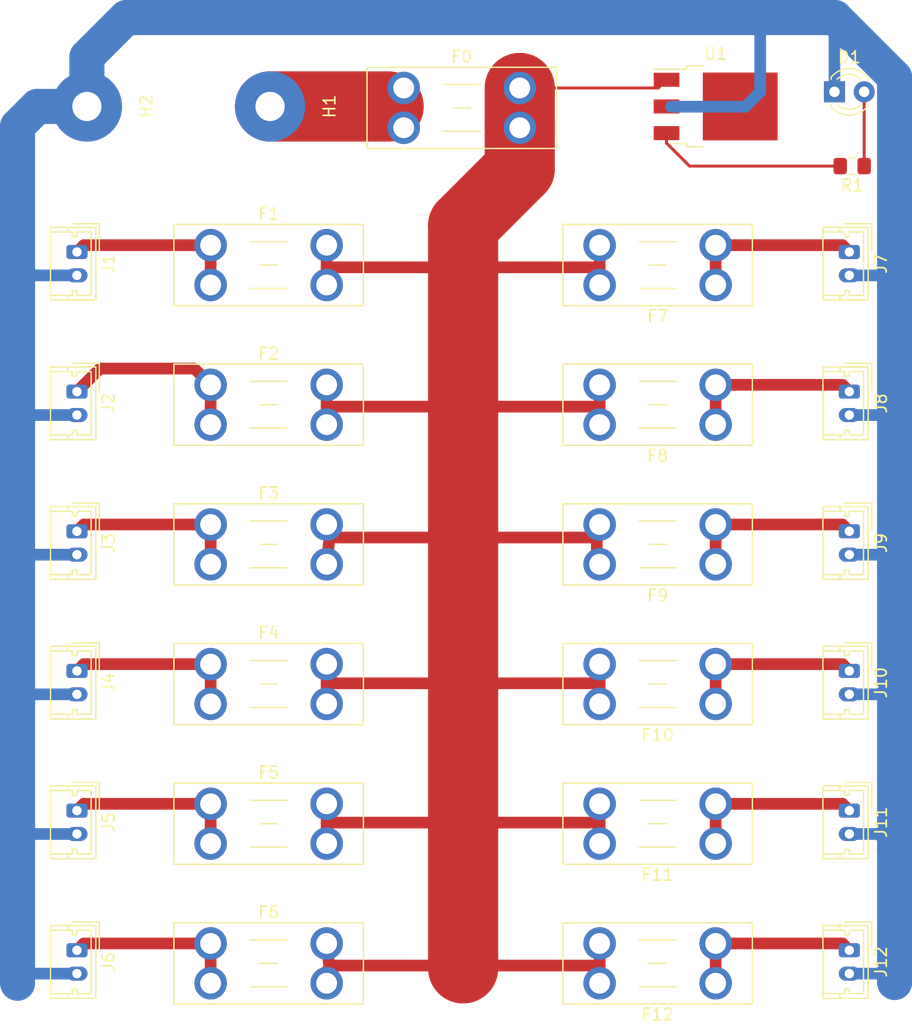
<source format=kicad_pcb>
(kicad_pcb (version 20171130) (host pcbnew "(5.1.5)-3")

  (general
    (thickness 1.6)
    (drawings 0)
    (tracks 154)
    (zones 0)
    (modules 30)
    (nets 18)
  )

  (page A4)
  (layers
    (0 F.Cu signal)
    (31 B.Cu signal)
    (32 B.Adhes user)
    (33 F.Adhes user)
    (34 B.Paste user)
    (35 F.Paste user)
    (36 B.SilkS user)
    (37 F.SilkS user)
    (38 B.Mask user)
    (39 F.Mask user)
    (40 Dwgs.User user)
    (41 Cmts.User user)
    (42 Eco1.User user)
    (43 Eco2.User user)
    (44 Edge.Cuts user)
    (45 Margin user)
    (46 B.CrtYd user)
    (47 F.CrtYd user)
    (48 B.Fab user)
    (49 F.Fab user)
  )

  (setup
    (last_trace_width 0.25)
    (trace_clearance 0.2)
    (zone_clearance 0.508)
    (zone_45_only no)
    (trace_min 0.2)
    (via_size 0.8)
    (via_drill 0.4)
    (via_min_size 0.4)
    (via_min_drill 0.3)
    (uvia_size 0.3)
    (uvia_drill 0.1)
    (uvias_allowed no)
    (uvia_min_size 0.2)
    (uvia_min_drill 0.1)
    (edge_width 0.05)
    (segment_width 0.2)
    (pcb_text_width 0.3)
    (pcb_text_size 1.5 1.5)
    (mod_edge_width 0.12)
    (mod_text_size 1 1)
    (mod_text_width 0.15)
    (pad_size 3.3 3.3)
    (pad_drill 2.5908)
    (pad_to_mask_clearance 0.051)
    (solder_mask_min_width 0.25)
    (aux_axis_origin 0 0)
    (visible_elements 7FFFF7FF)
    (pcbplotparams
      (layerselection 0x010fc_ffffffff)
      (usegerberextensions false)
      (usegerberattributes false)
      (usegerberadvancedattributes false)
      (creategerberjobfile false)
      (excludeedgelayer true)
      (linewidth 0.100000)
      (plotframeref false)
      (viasonmask false)
      (mode 1)
      (useauxorigin false)
      (hpglpennumber 1)
      (hpglpenspeed 20)
      (hpglpendiameter 15.000000)
      (psnegative false)
      (psa4output false)
      (plotreference true)
      (plotvalue true)
      (plotinvisibletext false)
      (padsonsilk false)
      (subtractmaskfromsilk false)
      (outputformat 1)
      (mirror false)
      (drillshape 1)
      (scaleselection 1)
      (outputdirectory ""))
  )

  (net 0 "")
  (net 1 "Net-(F1-Pad1)")
  (net 2 "Net-(D1-Pad2)")
  (net 3 GND)
  (net 4 +BATT)
  (net 5 "Net-(F2-Pad1)")
  (net 6 "Net-(F3-Pad1)")
  (net 7 "Net-(F4-Pad1)")
  (net 8 "Net-(F5-Pad1)")
  (net 9 "Net-(F6-Pad1)")
  (net 10 "Net-(F7-Pad1)")
  (net 11 "Net-(F8-Pad1)")
  (net 12 "Net-(F9-Pad1)")
  (net 13 "Net-(F10-Pad1)")
  (net 14 "Net-(F11-Pad1)")
  (net 15 "Net-(F12-Pad1)")
  (net 16 "Net-(R1-Pad2)")
  (net 17 VCC)

  (net_class Default "This is the default net class."
    (clearance 0.2)
    (trace_width 0.25)
    (via_dia 0.8)
    (via_drill 0.4)
    (uvia_dia 0.3)
    (uvia_drill 0.1)
    (add_net +BATT)
    (add_net GND)
    (add_net "Net-(D1-Pad2)")
    (add_net "Net-(F1-Pad1)")
    (add_net "Net-(F10-Pad1)")
    (add_net "Net-(F11-Pad1)")
    (add_net "Net-(F12-Pad1)")
    (add_net "Net-(F2-Pad1)")
    (add_net "Net-(F3-Pad1)")
    (add_net "Net-(F4-Pad1)")
    (add_net "Net-(F5-Pad1)")
    (add_net "Net-(F6-Pad1)")
    (add_net "Net-(F7-Pad1)")
    (add_net "Net-(F8-Pad1)")
    (add_net "Net-(F9-Pad1)")
    (add_net "Net-(R1-Pad2)")
    (add_net VCC)
  )

  (module Fuse:Fuseholder_Blade_Mini_Keystone_3568 (layer F.Cu) (tedit 5C39DE81) (tstamp 5E5E03A1)
    (at 176.53 98.806 180)
    (descr "fuse holder, car blade fuse mini, http://www.keyelco.com/product-pdf.cfm?p=306")
    (tags "car blade fuse mini")
    (path /5E611A09)
    (fp_text reference F9 (at 4.96 -2.67) (layer F.SilkS)
      (effects (font (size 1 1) (thickness 0.15)))
    )
    (fp_text value Fuse (at 4.96 6.07) (layer F.Fab)
      (effects (font (size 1 1) (thickness 0.15)))
    )
    (fp_text user %R (at 4.96 1.7) (layer F.Fab)
      (effects (font (size 1 1) (thickness 0.15)))
    )
    (fp_line (start 13.21 -1.92) (end -3.29 -1.92) (layer F.CrtYd) (width 0.05))
    (fp_line (start 13.21 5.32) (end 13.21 -1.92) (layer F.CrtYd) (width 0.05))
    (fp_line (start -3.29 5.32) (end 13.21 5.32) (layer F.CrtYd) (width 0.05))
    (fp_line (start -3.29 -1.92) (end -3.29 5.32) (layer F.CrtYd) (width 0.05))
    (fp_line (start 3.36 -0.3) (end 6.56 -0.3) (layer F.SilkS) (width 0.12))
    (fp_line (start 6.56 3.7) (end 3.36 3.7) (layer F.SilkS) (width 0.12))
    (fp_line (start 4.21 1.7) (end 5.71 1.7) (layer F.SilkS) (width 0.12))
    (fp_line (start 13.06 -1.77) (end -3.14 -1.77) (layer F.SilkS) (width 0.12))
    (fp_line (start 13.06 5.17) (end 13.06 -1.77) (layer F.SilkS) (width 0.12))
    (fp_line (start -3.14 5.17) (end 13.06 5.17) (layer F.SilkS) (width 0.12))
    (fp_line (start -3.14 -1.77) (end -3.14 5.17) (layer F.SilkS) (width 0.12))
    (fp_line (start 12.96 -1.67) (end -3.04 -1.67) (layer F.Fab) (width 0.1))
    (fp_line (start 12.96 5.07) (end 12.96 -1.67) (layer F.Fab) (width 0.1))
    (fp_line (start -3.04 5.07) (end 12.96 5.07) (layer F.Fab) (width 0.1))
    (fp_line (start -3.04 -1.67) (end -3.04 5.07) (layer F.Fab) (width 0.1))
    (pad 2 thru_hole circle (at 9.92 3.4 180) (size 2.78 2.78) (drill 1.78) (layers *.Cu *.Mask)
      (net 17 VCC))
    (pad 2 thru_hole circle (at 9.92 0 180) (size 2.78 2.78) (drill 1.78) (layers *.Cu *.Mask)
      (net 17 VCC))
    (pad 1 thru_hole circle (at 0 3.4 180) (size 2.78 2.78) (drill 1.78) (layers *.Cu *.Mask)
      (net 12 "Net-(F9-Pad1)"))
    (pad 1 thru_hole circle (at 0 0 180) (size 2.78 2.78) (drill 1.78) (layers *.Cu *.Mask)
      (net 12 "Net-(F9-Pad1)"))
    (model ${KISYS3DMOD}/Fuse.3dshapes/Fuseholder_Blade_Mini_Keystone_3568.wrl
      (at (xyz 0 0 0))
      (scale (xyz 1 1 1))
      (rotate (xyz 0 0 0))
    )
  )

  (module Fuse:Fuseholder_Blade_Mini_Keystone_3568 (layer F.Cu) (tedit 5C39DE81) (tstamp 5E5DE928)
    (at 149.86 58.09)
    (descr "fuse holder, car blade fuse mini, http://www.keyelco.com/product-pdf.cfm?p=306")
    (tags "car blade fuse mini")
    (path /5E62ADF2)
    (fp_text reference F0 (at 4.96 -2.67) (layer F.SilkS)
      (effects (font (size 1 1) (thickness 0.15)))
    )
    (fp_text value Fuse (at 4.96 6.07) (layer F.Fab)
      (effects (font (size 1 1) (thickness 0.15)))
    )
    (fp_text user %R (at 4.96 1.7 270) (layer F.Fab)
      (effects (font (size 1 1) (thickness 0.15)))
    )
    (fp_line (start 13.21 -1.92) (end -3.29 -1.92) (layer F.CrtYd) (width 0.05))
    (fp_line (start 13.21 5.32) (end 13.21 -1.92) (layer F.CrtYd) (width 0.05))
    (fp_line (start -3.29 5.32) (end 13.21 5.32) (layer F.CrtYd) (width 0.05))
    (fp_line (start -3.29 -1.92) (end -3.29 5.32) (layer F.CrtYd) (width 0.05))
    (fp_line (start 3.36 -0.3) (end 6.56 -0.3) (layer F.SilkS) (width 0.12))
    (fp_line (start 6.56 3.7) (end 3.36 3.7) (layer F.SilkS) (width 0.12))
    (fp_line (start 4.21 1.7) (end 5.71 1.7) (layer F.SilkS) (width 0.12))
    (fp_line (start 13.06 -1.77) (end -3.14 -1.77) (layer F.SilkS) (width 0.12))
    (fp_line (start 13.06 5.17) (end 13.06 -1.77) (layer F.SilkS) (width 0.12))
    (fp_line (start -3.14 5.17) (end 13.06 5.17) (layer F.SilkS) (width 0.12))
    (fp_line (start -3.14 -1.77) (end -3.14 5.17) (layer F.SilkS) (width 0.12))
    (fp_line (start 12.96 -1.67) (end -3.04 -1.67) (layer F.Fab) (width 0.1))
    (fp_line (start 12.96 5.07) (end 12.96 -1.67) (layer F.Fab) (width 0.1))
    (fp_line (start -3.04 5.07) (end 12.96 5.07) (layer F.Fab) (width 0.1))
    (fp_line (start -3.04 -1.67) (end -3.04 5.07) (layer F.Fab) (width 0.1))
    (pad 2 thru_hole circle (at 9.92 3.4) (size 2.78 2.78) (drill 1.78) (layers *.Cu *.Mask)
      (net 17 VCC))
    (pad 2 thru_hole circle (at 9.92 0) (size 2.78 2.78) (drill 1.78) (layers *.Cu *.Mask)
      (net 17 VCC))
    (pad 1 thru_hole circle (at 0 3.4) (size 2.78 2.78) (drill 1.78) (layers *.Cu *.Mask)
      (net 4 +BATT))
    (pad 1 thru_hole circle (at 0 0) (size 2.78 2.78) (drill 1.78) (layers *.Cu *.Mask)
      (net 4 +BATT))
    (model ${KISYS3DMOD}/Fuse.3dshapes/Fuseholder_Blade_Mini_Keystone_3568.wrl
      (at (xyz 0 0 0))
      (scale (xyz 1 1 1))
      (rotate (xyz 0 0 0))
    )
  )

  (module Package_TO_SOT_SMD:TO-252-3_TabPin2 (layer F.Cu) (tedit 5A70F30B) (tstamp 5E5CC1E9)
    (at 176.53 59.67)
    (descr "TO-252 / DPAK SMD package, http://www.infineon.com/cms/en/product/packages/PG-TO252/PG-TO252-3-1/")
    (tags "DPAK TO-252 DPAK-3 TO-252-3 SOT-428")
    (path /5E69A3EC)
    (attr smd)
    (fp_text reference U1 (at 0 -4.5) (layer F.SilkS)
      (effects (font (size 1 1) (thickness 0.15)))
    )
    (fp_text value L7805 (at 0 4.5) (layer F.Fab)
      (effects (font (size 1 1) (thickness 0.15)))
    )
    (fp_text user %R (at 0 0) (layer F.Fab)
      (effects (font (size 1 1) (thickness 0.15)))
    )
    (fp_line (start 5.55 -3.5) (end -5.55 -3.5) (layer F.CrtYd) (width 0.05))
    (fp_line (start 5.55 3.5) (end 5.55 -3.5) (layer F.CrtYd) (width 0.05))
    (fp_line (start -5.55 3.5) (end 5.55 3.5) (layer F.CrtYd) (width 0.05))
    (fp_line (start -5.55 -3.5) (end -5.55 3.5) (layer F.CrtYd) (width 0.05))
    (fp_line (start -2.47 3.18) (end -3.57 3.18) (layer F.SilkS) (width 0.12))
    (fp_line (start -2.47 3.45) (end -2.47 3.18) (layer F.SilkS) (width 0.12))
    (fp_line (start -0.97 3.45) (end -2.47 3.45) (layer F.SilkS) (width 0.12))
    (fp_line (start -2.47 -3.18) (end -5.3 -3.18) (layer F.SilkS) (width 0.12))
    (fp_line (start -2.47 -3.45) (end -2.47 -3.18) (layer F.SilkS) (width 0.12))
    (fp_line (start -0.97 -3.45) (end -2.47 -3.45) (layer F.SilkS) (width 0.12))
    (fp_line (start -4.97 2.655) (end -2.27 2.655) (layer F.Fab) (width 0.1))
    (fp_line (start -4.97 1.905) (end -4.97 2.655) (layer F.Fab) (width 0.1))
    (fp_line (start -2.27 1.905) (end -4.97 1.905) (layer F.Fab) (width 0.1))
    (fp_line (start -4.97 0.375) (end -2.27 0.375) (layer F.Fab) (width 0.1))
    (fp_line (start -4.97 -0.375) (end -4.97 0.375) (layer F.Fab) (width 0.1))
    (fp_line (start -2.27 -0.375) (end -4.97 -0.375) (layer F.Fab) (width 0.1))
    (fp_line (start -4.97 -1.905) (end -2.27 -1.905) (layer F.Fab) (width 0.1))
    (fp_line (start -4.97 -2.655) (end -4.97 -1.905) (layer F.Fab) (width 0.1))
    (fp_line (start -1.865 -2.655) (end -4.97 -2.655) (layer F.Fab) (width 0.1))
    (fp_line (start -1.27 -3.25) (end 3.95 -3.25) (layer F.Fab) (width 0.1))
    (fp_line (start -2.27 -2.25) (end -1.27 -3.25) (layer F.Fab) (width 0.1))
    (fp_line (start -2.27 3.25) (end -2.27 -2.25) (layer F.Fab) (width 0.1))
    (fp_line (start 3.95 3.25) (end -2.27 3.25) (layer F.Fab) (width 0.1))
    (fp_line (start 3.95 -3.25) (end 3.95 3.25) (layer F.Fab) (width 0.1))
    (fp_line (start 4.95 2.7) (end 3.95 2.7) (layer F.Fab) (width 0.1))
    (fp_line (start 4.95 -2.7) (end 4.95 2.7) (layer F.Fab) (width 0.1))
    (fp_line (start 3.95 -2.7) (end 4.95 -2.7) (layer F.Fab) (width 0.1))
    (pad "" smd rect (at 0.425 1.525) (size 3.05 2.75) (layers F.Paste))
    (pad "" smd rect (at 3.775 -1.525) (size 3.05 2.75) (layers F.Paste))
    (pad "" smd rect (at 0.425 -1.525) (size 3.05 2.75) (layers F.Paste))
    (pad "" smd rect (at 3.775 1.525) (size 3.05 2.75) (layers F.Paste))
    (pad 2 smd rect (at 2.1 0) (size 6.4 5.8) (layers F.Cu F.Mask)
      (net 3 GND))
    (pad 3 smd rect (at -4.2 2.28) (size 2.2 1.2) (layers F.Cu F.Paste F.Mask)
      (net 16 "Net-(R1-Pad2)"))
    (pad 2 smd rect (at -4.2 0) (size 2.2 1.2) (layers F.Cu F.Paste F.Mask)
      (net 3 GND))
    (pad 1 smd rect (at -4.2 -2.28) (size 2.2 1.2) (layers F.Cu F.Paste F.Mask)
      (net 17 VCC))
    (model ${KISYS3DMOD}/Package_TO_SOT_SMD.3dshapes/TO-252-3_TabPin2.wrl
      (at (xyz 0 0 0))
      (scale (xyz 1 1 1))
      (rotate (xyz 0 0 0))
    )
  )

  (module Resistor_SMD:R_0805_2012Metric_Pad1.15x1.40mm_HandSolder (layer F.Cu) (tedit 5B36C52B) (tstamp 5E5CC1C1)
    (at 188.205 64.77 180)
    (descr "Resistor SMD 0805 (2012 Metric), square (rectangular) end terminal, IPC_7351 nominal with elongated pad for handsoldering. (Body size source: https://docs.google.com/spreadsheets/d/1BsfQQcO9C6DZCsRaXUlFlo91Tg2WpOkGARC1WS5S8t0/edit?usp=sharing), generated with kicad-footprint-generator")
    (tags "resistor handsolder")
    (path /5E68C60A)
    (attr smd)
    (fp_text reference R1 (at 0 -1.65) (layer F.SilkS)
      (effects (font (size 1 1) (thickness 0.15)))
    )
    (fp_text value 330 (at 0 1.65) (layer F.Fab)
      (effects (font (size 1 1) (thickness 0.15)))
    )
    (fp_text user %R (at 0 0 180) (layer F.Fab)
      (effects (font (size 0.5 0.5) (thickness 0.08)))
    )
    (fp_line (start 1.85 0.95) (end -1.85 0.95) (layer F.CrtYd) (width 0.05))
    (fp_line (start 1.85 -0.95) (end 1.85 0.95) (layer F.CrtYd) (width 0.05))
    (fp_line (start -1.85 -0.95) (end 1.85 -0.95) (layer F.CrtYd) (width 0.05))
    (fp_line (start -1.85 0.95) (end -1.85 -0.95) (layer F.CrtYd) (width 0.05))
    (fp_line (start -0.261252 0.71) (end 0.261252 0.71) (layer F.SilkS) (width 0.12))
    (fp_line (start -0.261252 -0.71) (end 0.261252 -0.71) (layer F.SilkS) (width 0.12))
    (fp_line (start 1 0.6) (end -1 0.6) (layer F.Fab) (width 0.1))
    (fp_line (start 1 -0.6) (end 1 0.6) (layer F.Fab) (width 0.1))
    (fp_line (start -1 -0.6) (end 1 -0.6) (layer F.Fab) (width 0.1))
    (fp_line (start -1 0.6) (end -1 -0.6) (layer F.Fab) (width 0.1))
    (pad 2 smd roundrect (at 1.025 0 180) (size 1.15 1.4) (layers F.Cu F.Paste F.Mask) (roundrect_rratio 0.217391)
      (net 16 "Net-(R1-Pad2)"))
    (pad 1 smd roundrect (at -1.025 0 180) (size 1.15 1.4) (layers F.Cu F.Paste F.Mask) (roundrect_rratio 0.217391)
      (net 2 "Net-(D1-Pad2)"))
    (model ${KISYS3DMOD}/Resistor_SMD.3dshapes/R_0805_2012Metric.wrl
      (at (xyz 0 0 0))
      (scale (xyz 1 1 1))
      (rotate (xyz 0 0 0))
    )
  )

  (module Connector_Molex:Molex_Micro-Latch_53253-0270_1x02_P2.00mm_Vertical (layer F.Cu) (tedit 5B781643) (tstamp 5E5E064B)
    (at 187.96 131.8 270)
    (descr "Molex Micro-Latch Wire-to-Board Connector System, 53253-0270 (compatible alternatives: 53253-0250), 2 Pins per row (http://www.molex.com/pdm_docs/sd/532530770_sd.pdf), generated with kicad-footprint-generator")
    (tags "connector Molex Micro-Latch side entry")
    (path /5E6DF189)
    (fp_text reference J12 (at 1 -2.7 90) (layer F.SilkS)
      (effects (font (size 1 1) (thickness 0.15)))
    )
    (fp_text value Conn_01x02 (at 1 3.35 90) (layer F.Fab)
      (effects (font (size 1 1) (thickness 0.15)))
    )
    (fp_text user %R (at 1 1.45 90) (layer F.Fab)
      (effects (font (size 1 1) (thickness 0.15)))
    )
    (fp_line (start 4.5 -2) (end -2.5 -2) (layer F.CrtYd) (width 0.05))
    (fp_line (start 4.5 2.65) (end 4.5 -2) (layer F.CrtYd) (width 0.05))
    (fp_line (start -2.5 2.65) (end 4.5 2.65) (layer F.CrtYd) (width 0.05))
    (fp_line (start -2.5 -2) (end -2.5 2.65) (layer F.CrtYd) (width 0.05))
    (fp_line (start 3.71 0.4) (end 3.71 2.26) (layer F.SilkS) (width 0.12))
    (fp_line (start 3.31 0.4) (end 3.71 0.4) (layer F.SilkS) (width 0.12))
    (fp_line (start 3.31 0) (end 3.31 0.4) (layer F.SilkS) (width 0.12))
    (fp_line (start 3.71 0) (end 3.31 0) (layer F.SilkS) (width 0.12))
    (fp_line (start 3.71 -1.21) (end 3.71 0) (layer F.SilkS) (width 0.12))
    (fp_line (start 1 -1.21) (end 3.71 -1.21) (layer F.SilkS) (width 0.12))
    (fp_line (start -1.71 0.4) (end -1.71 2.26) (layer F.SilkS) (width 0.12))
    (fp_line (start -1.31 0.4) (end -1.71 0.4) (layer F.SilkS) (width 0.12))
    (fp_line (start -1.31 0) (end -1.31 0.4) (layer F.SilkS) (width 0.12))
    (fp_line (start -1.71 0) (end -1.31 0) (layer F.SilkS) (width 0.12))
    (fp_line (start -1.71 -1.21) (end -1.71 0) (layer F.SilkS) (width 0.12))
    (fp_line (start 1 -1.21) (end -1.71 -1.21) (layer F.SilkS) (width 0.12))
    (fp_line (start 4.11 0.8) (end 3.71 0.8) (layer F.SilkS) (width 0.12))
    (fp_line (start -2.11 0.8) (end -1.71 0.8) (layer F.SilkS) (width 0.12))
    (fp_line (start 0 -0.792893) (end 0.5 -1.5) (layer F.Fab) (width 0.1))
    (fp_line (start -0.5 -1.5) (end 0 -0.792893) (layer F.Fab) (width 0.1))
    (fp_line (start -2.41 -1.91) (end -2.41 0.39) (layer F.SilkS) (width 0.12))
    (fp_line (start -0.11 -1.91) (end -2.41 -1.91) (layer F.SilkS) (width 0.12))
    (fp_line (start 4.11 -1.61) (end -2.11 -1.61) (layer F.SilkS) (width 0.12))
    (fp_line (start 4.11 2.26) (end 4.11 -1.61) (layer F.SilkS) (width 0.12))
    (fp_line (start -2.11 2.26) (end 4.11 2.26) (layer F.SilkS) (width 0.12))
    (fp_line (start -2.11 -1.61) (end -2.11 2.26) (layer F.SilkS) (width 0.12))
    (fp_line (start 4 -1.5) (end -2 -1.5) (layer F.Fab) (width 0.1))
    (fp_line (start 4 2.15) (end 4 -1.5) (layer F.Fab) (width 0.1))
    (fp_line (start -2 2.15) (end 4 2.15) (layer F.Fab) (width 0.1))
    (fp_line (start -2 -1.5) (end -2 2.15) (layer F.Fab) (width 0.1))
    (pad 2 thru_hole oval (at 2 0 270) (size 1.2 1.8) (drill 0.8) (layers *.Cu *.Mask)
      (net 3 GND))
    (pad 1 thru_hole roundrect (at 0 0 270) (size 1.2 1.8) (drill 0.8) (layers *.Cu *.Mask) (roundrect_rratio 0.208333)
      (net 15 "Net-(F12-Pad1)"))
    (model ${KISYS3DMOD}/Connector_Molex.3dshapes/Molex_Micro-Latch_53253-0270_1x02_P2.00mm_Vertical.wrl
      (at (xyz 0 0 0))
      (scale (xyz 1 1 1))
      (rotate (xyz 0 0 0))
    )
  )

  (module Connector_Molex:Molex_Micro-Latch_53253-0270_1x02_P2.00mm_Vertical (layer F.Cu) (tedit 5B781643) (tstamp 5E5E0723)
    (at 187.96 119.862 270)
    (descr "Molex Micro-Latch Wire-to-Board Connector System, 53253-0270 (compatible alternatives: 53253-0250), 2 Pins per row (http://www.molex.com/pdm_docs/sd/532530770_sd.pdf), generated with kicad-footprint-generator")
    (tags "connector Molex Micro-Latch side entry")
    (path /5E6DEF42)
    (fp_text reference J11 (at 1 -2.7 90) (layer F.SilkS)
      (effects (font (size 1 1) (thickness 0.15)))
    )
    (fp_text value Conn_01x02 (at 1 3.35 90) (layer F.Fab)
      (effects (font (size 1 1) (thickness 0.15)))
    )
    (fp_text user %R (at 1 1.45 90) (layer F.Fab)
      (effects (font (size 1 1) (thickness 0.15)))
    )
    (fp_line (start 4.5 -2) (end -2.5 -2) (layer F.CrtYd) (width 0.05))
    (fp_line (start 4.5 2.65) (end 4.5 -2) (layer F.CrtYd) (width 0.05))
    (fp_line (start -2.5 2.65) (end 4.5 2.65) (layer F.CrtYd) (width 0.05))
    (fp_line (start -2.5 -2) (end -2.5 2.65) (layer F.CrtYd) (width 0.05))
    (fp_line (start 3.71 0.4) (end 3.71 2.26) (layer F.SilkS) (width 0.12))
    (fp_line (start 3.31 0.4) (end 3.71 0.4) (layer F.SilkS) (width 0.12))
    (fp_line (start 3.31 0) (end 3.31 0.4) (layer F.SilkS) (width 0.12))
    (fp_line (start 3.71 0) (end 3.31 0) (layer F.SilkS) (width 0.12))
    (fp_line (start 3.71 -1.21) (end 3.71 0) (layer F.SilkS) (width 0.12))
    (fp_line (start 1 -1.21) (end 3.71 -1.21) (layer F.SilkS) (width 0.12))
    (fp_line (start -1.71 0.4) (end -1.71 2.26) (layer F.SilkS) (width 0.12))
    (fp_line (start -1.31 0.4) (end -1.71 0.4) (layer F.SilkS) (width 0.12))
    (fp_line (start -1.31 0) (end -1.31 0.4) (layer F.SilkS) (width 0.12))
    (fp_line (start -1.71 0) (end -1.31 0) (layer F.SilkS) (width 0.12))
    (fp_line (start -1.71 -1.21) (end -1.71 0) (layer F.SilkS) (width 0.12))
    (fp_line (start 1 -1.21) (end -1.71 -1.21) (layer F.SilkS) (width 0.12))
    (fp_line (start 4.11 0.8) (end 3.71 0.8) (layer F.SilkS) (width 0.12))
    (fp_line (start -2.11 0.8) (end -1.71 0.8) (layer F.SilkS) (width 0.12))
    (fp_line (start 0 -0.792893) (end 0.5 -1.5) (layer F.Fab) (width 0.1))
    (fp_line (start -0.5 -1.5) (end 0 -0.792893) (layer F.Fab) (width 0.1))
    (fp_line (start -2.41 -1.91) (end -2.41 0.39) (layer F.SilkS) (width 0.12))
    (fp_line (start -0.11 -1.91) (end -2.41 -1.91) (layer F.SilkS) (width 0.12))
    (fp_line (start 4.11 -1.61) (end -2.11 -1.61) (layer F.SilkS) (width 0.12))
    (fp_line (start 4.11 2.26) (end 4.11 -1.61) (layer F.SilkS) (width 0.12))
    (fp_line (start -2.11 2.26) (end 4.11 2.26) (layer F.SilkS) (width 0.12))
    (fp_line (start -2.11 -1.61) (end -2.11 2.26) (layer F.SilkS) (width 0.12))
    (fp_line (start 4 -1.5) (end -2 -1.5) (layer F.Fab) (width 0.1))
    (fp_line (start 4 2.15) (end 4 -1.5) (layer F.Fab) (width 0.1))
    (fp_line (start -2 2.15) (end 4 2.15) (layer F.Fab) (width 0.1))
    (fp_line (start -2 -1.5) (end -2 2.15) (layer F.Fab) (width 0.1))
    (pad 2 thru_hole oval (at 2 0 270) (size 1.2 1.8) (drill 0.8) (layers *.Cu *.Mask)
      (net 3 GND))
    (pad 1 thru_hole roundrect (at 0 0 270) (size 1.2 1.8) (drill 0.8) (layers *.Cu *.Mask) (roundrect_rratio 0.208333)
      (net 14 "Net-(F11-Pad1)"))
    (model ${KISYS3DMOD}/Connector_Molex.3dshapes/Molex_Micro-Latch_53253-0270_1x02_P2.00mm_Vertical.wrl
      (at (xyz 0 0 0))
      (scale (xyz 1 1 1))
      (rotate (xyz 0 0 0))
    )
  )

  (module Connector_Molex:Molex_Micro-Latch_53253-0270_1x02_P2.00mm_Vertical (layer F.Cu) (tedit 5B781643) (tstamp 5E5E06B7)
    (at 187.96 107.924 270)
    (descr "Molex Micro-Latch Wire-to-Board Connector System, 53253-0270 (compatible alternatives: 53253-0250), 2 Pins per row (http://www.molex.com/pdm_docs/sd/532530770_sd.pdf), generated with kicad-footprint-generator")
    (tags "connector Molex Micro-Latch side entry")
    (path /5E6DECBF)
    (fp_text reference J10 (at 1 -2.7 90) (layer F.SilkS)
      (effects (font (size 1 1) (thickness 0.15)))
    )
    (fp_text value Conn_01x02 (at 1 3.35 90) (layer F.Fab)
      (effects (font (size 1 1) (thickness 0.15)))
    )
    (fp_text user %R (at 1 1.45 90) (layer F.Fab)
      (effects (font (size 1 1) (thickness 0.15)))
    )
    (fp_line (start 4.5 -2) (end -2.5 -2) (layer F.CrtYd) (width 0.05))
    (fp_line (start 4.5 2.65) (end 4.5 -2) (layer F.CrtYd) (width 0.05))
    (fp_line (start -2.5 2.65) (end 4.5 2.65) (layer F.CrtYd) (width 0.05))
    (fp_line (start -2.5 -2) (end -2.5 2.65) (layer F.CrtYd) (width 0.05))
    (fp_line (start 3.71 0.4) (end 3.71 2.26) (layer F.SilkS) (width 0.12))
    (fp_line (start 3.31 0.4) (end 3.71 0.4) (layer F.SilkS) (width 0.12))
    (fp_line (start 3.31 0) (end 3.31 0.4) (layer F.SilkS) (width 0.12))
    (fp_line (start 3.71 0) (end 3.31 0) (layer F.SilkS) (width 0.12))
    (fp_line (start 3.71 -1.21) (end 3.71 0) (layer F.SilkS) (width 0.12))
    (fp_line (start 1 -1.21) (end 3.71 -1.21) (layer F.SilkS) (width 0.12))
    (fp_line (start -1.71 0.4) (end -1.71 2.26) (layer F.SilkS) (width 0.12))
    (fp_line (start -1.31 0.4) (end -1.71 0.4) (layer F.SilkS) (width 0.12))
    (fp_line (start -1.31 0) (end -1.31 0.4) (layer F.SilkS) (width 0.12))
    (fp_line (start -1.71 0) (end -1.31 0) (layer F.SilkS) (width 0.12))
    (fp_line (start -1.71 -1.21) (end -1.71 0) (layer F.SilkS) (width 0.12))
    (fp_line (start 1 -1.21) (end -1.71 -1.21) (layer F.SilkS) (width 0.12))
    (fp_line (start 4.11 0.8) (end 3.71 0.8) (layer F.SilkS) (width 0.12))
    (fp_line (start -2.11 0.8) (end -1.71 0.8) (layer F.SilkS) (width 0.12))
    (fp_line (start 0 -0.792893) (end 0.5 -1.5) (layer F.Fab) (width 0.1))
    (fp_line (start -0.5 -1.5) (end 0 -0.792893) (layer F.Fab) (width 0.1))
    (fp_line (start -2.41 -1.91) (end -2.41 0.39) (layer F.SilkS) (width 0.12))
    (fp_line (start -0.11 -1.91) (end -2.41 -1.91) (layer F.SilkS) (width 0.12))
    (fp_line (start 4.11 -1.61) (end -2.11 -1.61) (layer F.SilkS) (width 0.12))
    (fp_line (start 4.11 2.26) (end 4.11 -1.61) (layer F.SilkS) (width 0.12))
    (fp_line (start -2.11 2.26) (end 4.11 2.26) (layer F.SilkS) (width 0.12))
    (fp_line (start -2.11 -1.61) (end -2.11 2.26) (layer F.SilkS) (width 0.12))
    (fp_line (start 4 -1.5) (end -2 -1.5) (layer F.Fab) (width 0.1))
    (fp_line (start 4 2.15) (end 4 -1.5) (layer F.Fab) (width 0.1))
    (fp_line (start -2 2.15) (end 4 2.15) (layer F.Fab) (width 0.1))
    (fp_line (start -2 -1.5) (end -2 2.15) (layer F.Fab) (width 0.1))
    (pad 2 thru_hole oval (at 2 0 270) (size 1.2 1.8) (drill 0.8) (layers *.Cu *.Mask)
      (net 3 GND))
    (pad 1 thru_hole roundrect (at 0 0 270) (size 1.2 1.8) (drill 0.8) (layers *.Cu *.Mask) (roundrect_rratio 0.208333)
      (net 13 "Net-(F10-Pad1)"))
    (model ${KISYS3DMOD}/Connector_Molex.3dshapes/Molex_Micro-Latch_53253-0270_1x02_P2.00mm_Vertical.wrl
      (at (xyz 0 0 0))
      (scale (xyz 1 1 1))
      (rotate (xyz 0 0 0))
    )
  )

  (module Connector_Molex:Molex_Micro-Latch_53253-0270_1x02_P2.00mm_Vertical (layer F.Cu) (tedit 5B781643) (tstamp 5E5E0507)
    (at 187.96 95.986 270)
    (descr "Molex Micro-Latch Wire-to-Board Connector System, 53253-0270 (compatible alternatives: 53253-0250), 2 Pins per row (http://www.molex.com/pdm_docs/sd/532530770_sd.pdf), generated with kicad-footprint-generator")
    (tags "connector Molex Micro-Latch side entry")
    (path /5E6DE96A)
    (fp_text reference J9 (at 1 -2.7 90) (layer F.SilkS)
      (effects (font (size 1 1) (thickness 0.15)))
    )
    (fp_text value Conn_01x02 (at 1 3.35 90) (layer F.Fab)
      (effects (font (size 1 1) (thickness 0.15)))
    )
    (fp_text user %R (at 1 1.45 90) (layer F.Fab)
      (effects (font (size 1 1) (thickness 0.15)))
    )
    (fp_line (start 4.5 -2) (end -2.5 -2) (layer F.CrtYd) (width 0.05))
    (fp_line (start 4.5 2.65) (end 4.5 -2) (layer F.CrtYd) (width 0.05))
    (fp_line (start -2.5 2.65) (end 4.5 2.65) (layer F.CrtYd) (width 0.05))
    (fp_line (start -2.5 -2) (end -2.5 2.65) (layer F.CrtYd) (width 0.05))
    (fp_line (start 3.71 0.4) (end 3.71 2.26) (layer F.SilkS) (width 0.12))
    (fp_line (start 3.31 0.4) (end 3.71 0.4) (layer F.SilkS) (width 0.12))
    (fp_line (start 3.31 0) (end 3.31 0.4) (layer F.SilkS) (width 0.12))
    (fp_line (start 3.71 0) (end 3.31 0) (layer F.SilkS) (width 0.12))
    (fp_line (start 3.71 -1.21) (end 3.71 0) (layer F.SilkS) (width 0.12))
    (fp_line (start 1 -1.21) (end 3.71 -1.21) (layer F.SilkS) (width 0.12))
    (fp_line (start -1.71 0.4) (end -1.71 2.26) (layer F.SilkS) (width 0.12))
    (fp_line (start -1.31 0.4) (end -1.71 0.4) (layer F.SilkS) (width 0.12))
    (fp_line (start -1.31 0) (end -1.31 0.4) (layer F.SilkS) (width 0.12))
    (fp_line (start -1.71 0) (end -1.31 0) (layer F.SilkS) (width 0.12))
    (fp_line (start -1.71 -1.21) (end -1.71 0) (layer F.SilkS) (width 0.12))
    (fp_line (start 1 -1.21) (end -1.71 -1.21) (layer F.SilkS) (width 0.12))
    (fp_line (start 4.11 0.8) (end 3.71 0.8) (layer F.SilkS) (width 0.12))
    (fp_line (start -2.11 0.8) (end -1.71 0.8) (layer F.SilkS) (width 0.12))
    (fp_line (start 0 -0.792893) (end 0.5 -1.5) (layer F.Fab) (width 0.1))
    (fp_line (start -0.5 -1.5) (end 0 -0.792893) (layer F.Fab) (width 0.1))
    (fp_line (start -2.41 -1.91) (end -2.41 0.39) (layer F.SilkS) (width 0.12))
    (fp_line (start -0.11 -1.91) (end -2.41 -1.91) (layer F.SilkS) (width 0.12))
    (fp_line (start 4.11 -1.61) (end -2.11 -1.61) (layer F.SilkS) (width 0.12))
    (fp_line (start 4.11 2.26) (end 4.11 -1.61) (layer F.SilkS) (width 0.12))
    (fp_line (start -2.11 2.26) (end 4.11 2.26) (layer F.SilkS) (width 0.12))
    (fp_line (start -2.11 -1.61) (end -2.11 2.26) (layer F.SilkS) (width 0.12))
    (fp_line (start 4 -1.5) (end -2 -1.5) (layer F.Fab) (width 0.1))
    (fp_line (start 4 2.15) (end 4 -1.5) (layer F.Fab) (width 0.1))
    (fp_line (start -2 2.15) (end 4 2.15) (layer F.Fab) (width 0.1))
    (fp_line (start -2 -1.5) (end -2 2.15) (layer F.Fab) (width 0.1))
    (pad 2 thru_hole oval (at 2 0 270) (size 1.2 1.8) (drill 0.8) (layers *.Cu *.Mask)
      (net 3 GND))
    (pad 1 thru_hole roundrect (at 0 0 270) (size 1.2 1.8) (drill 0.8) (layers *.Cu *.Mask) (roundrect_rratio 0.208333)
      (net 12 "Net-(F9-Pad1)"))
    (model ${KISYS3DMOD}/Connector_Molex.3dshapes/Molex_Micro-Latch_53253-0270_1x02_P2.00mm_Vertical.wrl
      (at (xyz 0 0 0))
      (scale (xyz 1 1 1))
      (rotate (xyz 0 0 0))
    )
  )

  (module Connector_Molex:Molex_Micro-Latch_53253-0270_1x02_P2.00mm_Vertical (layer F.Cu) (tedit 5B781643) (tstamp 5E5E05DF)
    (at 187.96 84.048 270)
    (descr "Molex Micro-Latch Wire-to-Board Connector System, 53253-0270 (compatible alternatives: 53253-0250), 2 Pins per row (http://www.molex.com/pdm_docs/sd/532530770_sd.pdf), generated with kicad-footprint-generator")
    (tags "connector Molex Micro-Latch side entry")
    (path /5E6DE444)
    (fp_text reference J8 (at 1 -2.7 90) (layer F.SilkS)
      (effects (font (size 1 1) (thickness 0.15)))
    )
    (fp_text value Conn_01x02 (at 1 3.35 90) (layer F.Fab)
      (effects (font (size 1 1) (thickness 0.15)))
    )
    (fp_text user %R (at 1 1.45 90) (layer F.Fab)
      (effects (font (size 1 1) (thickness 0.15)))
    )
    (fp_line (start 4.5 -2) (end -2.5 -2) (layer F.CrtYd) (width 0.05))
    (fp_line (start 4.5 2.65) (end 4.5 -2) (layer F.CrtYd) (width 0.05))
    (fp_line (start -2.5 2.65) (end 4.5 2.65) (layer F.CrtYd) (width 0.05))
    (fp_line (start -2.5 -2) (end -2.5 2.65) (layer F.CrtYd) (width 0.05))
    (fp_line (start 3.71 0.4) (end 3.71 2.26) (layer F.SilkS) (width 0.12))
    (fp_line (start 3.31 0.4) (end 3.71 0.4) (layer F.SilkS) (width 0.12))
    (fp_line (start 3.31 0) (end 3.31 0.4) (layer F.SilkS) (width 0.12))
    (fp_line (start 3.71 0) (end 3.31 0) (layer F.SilkS) (width 0.12))
    (fp_line (start 3.71 -1.21) (end 3.71 0) (layer F.SilkS) (width 0.12))
    (fp_line (start 1 -1.21) (end 3.71 -1.21) (layer F.SilkS) (width 0.12))
    (fp_line (start -1.71 0.4) (end -1.71 2.26) (layer F.SilkS) (width 0.12))
    (fp_line (start -1.31 0.4) (end -1.71 0.4) (layer F.SilkS) (width 0.12))
    (fp_line (start -1.31 0) (end -1.31 0.4) (layer F.SilkS) (width 0.12))
    (fp_line (start -1.71 0) (end -1.31 0) (layer F.SilkS) (width 0.12))
    (fp_line (start -1.71 -1.21) (end -1.71 0) (layer F.SilkS) (width 0.12))
    (fp_line (start 1 -1.21) (end -1.71 -1.21) (layer F.SilkS) (width 0.12))
    (fp_line (start 4.11 0.8) (end 3.71 0.8) (layer F.SilkS) (width 0.12))
    (fp_line (start -2.11 0.8) (end -1.71 0.8) (layer F.SilkS) (width 0.12))
    (fp_line (start 0 -0.792893) (end 0.5 -1.5) (layer F.Fab) (width 0.1))
    (fp_line (start -0.5 -1.5) (end 0 -0.792893) (layer F.Fab) (width 0.1))
    (fp_line (start -2.41 -1.91) (end -2.41 0.39) (layer F.SilkS) (width 0.12))
    (fp_line (start -0.11 -1.91) (end -2.41 -1.91) (layer F.SilkS) (width 0.12))
    (fp_line (start 4.11 -1.61) (end -2.11 -1.61) (layer F.SilkS) (width 0.12))
    (fp_line (start 4.11 2.26) (end 4.11 -1.61) (layer F.SilkS) (width 0.12))
    (fp_line (start -2.11 2.26) (end 4.11 2.26) (layer F.SilkS) (width 0.12))
    (fp_line (start -2.11 -1.61) (end -2.11 2.26) (layer F.SilkS) (width 0.12))
    (fp_line (start 4 -1.5) (end -2 -1.5) (layer F.Fab) (width 0.1))
    (fp_line (start 4 2.15) (end 4 -1.5) (layer F.Fab) (width 0.1))
    (fp_line (start -2 2.15) (end 4 2.15) (layer F.Fab) (width 0.1))
    (fp_line (start -2 -1.5) (end -2 2.15) (layer F.Fab) (width 0.1))
    (pad 2 thru_hole oval (at 2 0 270) (size 1.2 1.8) (drill 0.8) (layers *.Cu *.Mask)
      (net 3 GND))
    (pad 1 thru_hole roundrect (at 0 0 270) (size 1.2 1.8) (drill 0.8) (layers *.Cu *.Mask) (roundrect_rratio 0.208333)
      (net 11 "Net-(F8-Pad1)"))
    (model ${KISYS3DMOD}/Connector_Molex.3dshapes/Molex_Micro-Latch_53253-0270_1x02_P2.00mm_Vertical.wrl
      (at (xyz 0 0 0))
      (scale (xyz 1 1 1))
      (rotate (xyz 0 0 0))
    )
  )

  (module Connector_Molex:Molex_Micro-Latch_53253-0270_1x02_P2.00mm_Vertical (layer F.Cu) (tedit 5B781643) (tstamp 5E5E0573)
    (at 187.96 72.11 270)
    (descr "Molex Micro-Latch Wire-to-Board Connector System, 53253-0270 (compatible alternatives: 53253-0250), 2 Pins per row (http://www.molex.com/pdm_docs/sd/532530770_sd.pdf), generated with kicad-footprint-generator")
    (tags "connector Molex Micro-Latch side entry")
    (path /5E6DE11C)
    (fp_text reference J7 (at 1 -2.7 90) (layer F.SilkS)
      (effects (font (size 1 1) (thickness 0.15)))
    )
    (fp_text value Conn_01x02 (at 1 3.35 90) (layer F.Fab)
      (effects (font (size 1 1) (thickness 0.15)))
    )
    (fp_text user %R (at 1 1.45 90) (layer F.Fab)
      (effects (font (size 1 1) (thickness 0.15)))
    )
    (fp_line (start 4.5 -2) (end -2.5 -2) (layer F.CrtYd) (width 0.05))
    (fp_line (start 4.5 2.65) (end 4.5 -2) (layer F.CrtYd) (width 0.05))
    (fp_line (start -2.5 2.65) (end 4.5 2.65) (layer F.CrtYd) (width 0.05))
    (fp_line (start -2.5 -2) (end -2.5 2.65) (layer F.CrtYd) (width 0.05))
    (fp_line (start 3.71 0.4) (end 3.71 2.26) (layer F.SilkS) (width 0.12))
    (fp_line (start 3.31 0.4) (end 3.71 0.4) (layer F.SilkS) (width 0.12))
    (fp_line (start 3.31 0) (end 3.31 0.4) (layer F.SilkS) (width 0.12))
    (fp_line (start 3.71 0) (end 3.31 0) (layer F.SilkS) (width 0.12))
    (fp_line (start 3.71 -1.21) (end 3.71 0) (layer F.SilkS) (width 0.12))
    (fp_line (start 1 -1.21) (end 3.71 -1.21) (layer F.SilkS) (width 0.12))
    (fp_line (start -1.71 0.4) (end -1.71 2.26) (layer F.SilkS) (width 0.12))
    (fp_line (start -1.31 0.4) (end -1.71 0.4) (layer F.SilkS) (width 0.12))
    (fp_line (start -1.31 0) (end -1.31 0.4) (layer F.SilkS) (width 0.12))
    (fp_line (start -1.71 0) (end -1.31 0) (layer F.SilkS) (width 0.12))
    (fp_line (start -1.71 -1.21) (end -1.71 0) (layer F.SilkS) (width 0.12))
    (fp_line (start 1 -1.21) (end -1.71 -1.21) (layer F.SilkS) (width 0.12))
    (fp_line (start 4.11 0.8) (end 3.71 0.8) (layer F.SilkS) (width 0.12))
    (fp_line (start -2.11 0.8) (end -1.71 0.8) (layer F.SilkS) (width 0.12))
    (fp_line (start 0 -0.792893) (end 0.5 -1.5) (layer F.Fab) (width 0.1))
    (fp_line (start -0.5 -1.5) (end 0 -0.792893) (layer F.Fab) (width 0.1))
    (fp_line (start -2.41 -1.91) (end -2.41 0.39) (layer F.SilkS) (width 0.12))
    (fp_line (start -0.11 -1.91) (end -2.41 -1.91) (layer F.SilkS) (width 0.12))
    (fp_line (start 4.11 -1.61) (end -2.11 -1.61) (layer F.SilkS) (width 0.12))
    (fp_line (start 4.11 2.26) (end 4.11 -1.61) (layer F.SilkS) (width 0.12))
    (fp_line (start -2.11 2.26) (end 4.11 2.26) (layer F.SilkS) (width 0.12))
    (fp_line (start -2.11 -1.61) (end -2.11 2.26) (layer F.SilkS) (width 0.12))
    (fp_line (start 4 -1.5) (end -2 -1.5) (layer F.Fab) (width 0.1))
    (fp_line (start 4 2.15) (end 4 -1.5) (layer F.Fab) (width 0.1))
    (fp_line (start -2 2.15) (end 4 2.15) (layer F.Fab) (width 0.1))
    (fp_line (start -2 -1.5) (end -2 2.15) (layer F.Fab) (width 0.1))
    (pad 2 thru_hole oval (at 2 0 270) (size 1.2 1.8) (drill 0.8) (layers *.Cu *.Mask)
      (net 3 GND))
    (pad 1 thru_hole roundrect (at 0 0 270) (size 1.2 1.8) (drill 0.8) (layers *.Cu *.Mask) (roundrect_rratio 0.208333)
      (net 10 "Net-(F7-Pad1)"))
    (model ${KISYS3DMOD}/Connector_Molex.3dshapes/Molex_Micro-Latch_53253-0270_1x02_P2.00mm_Vertical.wrl
      (at (xyz 0 0 0))
      (scale (xyz 1 1 1))
      (rotate (xyz 0 0 0))
    )
  )

  (module Connector_Molex:Molex_Micro-Latch_53253-0270_1x02_P2.00mm_Vertical (layer F.Cu) (tedit 5B781643) (tstamp 5E5CC0D2)
    (at 121.92 131.8 270)
    (descr "Molex Micro-Latch Wire-to-Board Connector System, 53253-0270 (compatible alternatives: 53253-0250), 2 Pins per row (http://www.molex.com/pdm_docs/sd/532530770_sd.pdf), generated with kicad-footprint-generator")
    (tags "connector Molex Micro-Latch side entry")
    (path /5E6DDDF9)
    (fp_text reference J6 (at 1 -2.7 90) (layer F.SilkS)
      (effects (font (size 1 1) (thickness 0.15)))
    )
    (fp_text value Conn_01x02 (at 1 3.35 90) (layer F.Fab)
      (effects (font (size 1 1) (thickness 0.15)))
    )
    (fp_text user %R (at 1 1.45 90) (layer F.Fab)
      (effects (font (size 1 1) (thickness 0.15)))
    )
    (fp_line (start 4.5 -2) (end -2.5 -2) (layer F.CrtYd) (width 0.05))
    (fp_line (start 4.5 2.65) (end 4.5 -2) (layer F.CrtYd) (width 0.05))
    (fp_line (start -2.5 2.65) (end 4.5 2.65) (layer F.CrtYd) (width 0.05))
    (fp_line (start -2.5 -2) (end -2.5 2.65) (layer F.CrtYd) (width 0.05))
    (fp_line (start 3.71 0.4) (end 3.71 2.26) (layer F.SilkS) (width 0.12))
    (fp_line (start 3.31 0.4) (end 3.71 0.4) (layer F.SilkS) (width 0.12))
    (fp_line (start 3.31 0) (end 3.31 0.4) (layer F.SilkS) (width 0.12))
    (fp_line (start 3.71 0) (end 3.31 0) (layer F.SilkS) (width 0.12))
    (fp_line (start 3.71 -1.21) (end 3.71 0) (layer F.SilkS) (width 0.12))
    (fp_line (start 1 -1.21) (end 3.71 -1.21) (layer F.SilkS) (width 0.12))
    (fp_line (start -1.71 0.4) (end -1.71 2.26) (layer F.SilkS) (width 0.12))
    (fp_line (start -1.31 0.4) (end -1.71 0.4) (layer F.SilkS) (width 0.12))
    (fp_line (start -1.31 0) (end -1.31 0.4) (layer F.SilkS) (width 0.12))
    (fp_line (start -1.71 0) (end -1.31 0) (layer F.SilkS) (width 0.12))
    (fp_line (start -1.71 -1.21) (end -1.71 0) (layer F.SilkS) (width 0.12))
    (fp_line (start 1 -1.21) (end -1.71 -1.21) (layer F.SilkS) (width 0.12))
    (fp_line (start 4.11 0.8) (end 3.71 0.8) (layer F.SilkS) (width 0.12))
    (fp_line (start -2.11 0.8) (end -1.71 0.8) (layer F.SilkS) (width 0.12))
    (fp_line (start 0 -0.792893) (end 0.5 -1.5) (layer F.Fab) (width 0.1))
    (fp_line (start -0.5 -1.5) (end 0 -0.792893) (layer F.Fab) (width 0.1))
    (fp_line (start -2.41 -1.91) (end -2.41 0.39) (layer F.SilkS) (width 0.12))
    (fp_line (start -0.11 -1.91) (end -2.41 -1.91) (layer F.SilkS) (width 0.12))
    (fp_line (start 4.11 -1.61) (end -2.11 -1.61) (layer F.SilkS) (width 0.12))
    (fp_line (start 4.11 2.26) (end 4.11 -1.61) (layer F.SilkS) (width 0.12))
    (fp_line (start -2.11 2.26) (end 4.11 2.26) (layer F.SilkS) (width 0.12))
    (fp_line (start -2.11 -1.61) (end -2.11 2.26) (layer F.SilkS) (width 0.12))
    (fp_line (start 4 -1.5) (end -2 -1.5) (layer F.Fab) (width 0.1))
    (fp_line (start 4 2.15) (end 4 -1.5) (layer F.Fab) (width 0.1))
    (fp_line (start -2 2.15) (end 4 2.15) (layer F.Fab) (width 0.1))
    (fp_line (start -2 -1.5) (end -2 2.15) (layer F.Fab) (width 0.1))
    (pad 2 thru_hole oval (at 2 0 270) (size 1.2 1.8) (drill 0.8) (layers *.Cu *.Mask)
      (net 3 GND))
    (pad 1 thru_hole roundrect (at 0 0 270) (size 1.2 1.8) (drill 0.8) (layers *.Cu *.Mask) (roundrect_rratio 0.208333)
      (net 9 "Net-(F6-Pad1)"))
    (model ${KISYS3DMOD}/Connector_Molex.3dshapes/Molex_Micro-Latch_53253-0270_1x02_P2.00mm_Vertical.wrl
      (at (xyz 0 0 0))
      (scale (xyz 1 1 1))
      (rotate (xyz 0 0 0))
    )
  )

  (module Connector_Molex:Molex_Micro-Latch_53253-0270_1x02_P2.00mm_Vertical (layer F.Cu) (tedit 5B781643) (tstamp 5E5D4C0C)
    (at 121.92 119.862 270)
    (descr "Molex Micro-Latch Wire-to-Board Connector System, 53253-0270 (compatible alternatives: 53253-0250), 2 Pins per row (http://www.molex.com/pdm_docs/sd/532530770_sd.pdf), generated with kicad-footprint-generator")
    (tags "connector Molex Micro-Latch side entry")
    (path /5E6DD9BE)
    (fp_text reference J5 (at 1 -2.7 90) (layer F.SilkS)
      (effects (font (size 1 1) (thickness 0.15)))
    )
    (fp_text value Conn_01x02 (at 1 3.35 90) (layer F.Fab)
      (effects (font (size 1 1) (thickness 0.15)))
    )
    (fp_text user %R (at 1 1.45 90) (layer F.Fab)
      (effects (font (size 1 1) (thickness 0.15)))
    )
    (fp_line (start 4.5 -2) (end -2.5 -2) (layer F.CrtYd) (width 0.05))
    (fp_line (start 4.5 2.65) (end 4.5 -2) (layer F.CrtYd) (width 0.05))
    (fp_line (start -2.5 2.65) (end 4.5 2.65) (layer F.CrtYd) (width 0.05))
    (fp_line (start -2.5 -2) (end -2.5 2.65) (layer F.CrtYd) (width 0.05))
    (fp_line (start 3.71 0.4) (end 3.71 2.26) (layer F.SilkS) (width 0.12))
    (fp_line (start 3.31 0.4) (end 3.71 0.4) (layer F.SilkS) (width 0.12))
    (fp_line (start 3.31 0) (end 3.31 0.4) (layer F.SilkS) (width 0.12))
    (fp_line (start 3.71 0) (end 3.31 0) (layer F.SilkS) (width 0.12))
    (fp_line (start 3.71 -1.21) (end 3.71 0) (layer F.SilkS) (width 0.12))
    (fp_line (start 1 -1.21) (end 3.71 -1.21) (layer F.SilkS) (width 0.12))
    (fp_line (start -1.71 0.4) (end -1.71 2.26) (layer F.SilkS) (width 0.12))
    (fp_line (start -1.31 0.4) (end -1.71 0.4) (layer F.SilkS) (width 0.12))
    (fp_line (start -1.31 0) (end -1.31 0.4) (layer F.SilkS) (width 0.12))
    (fp_line (start -1.71 0) (end -1.31 0) (layer F.SilkS) (width 0.12))
    (fp_line (start -1.71 -1.21) (end -1.71 0) (layer F.SilkS) (width 0.12))
    (fp_line (start 1 -1.21) (end -1.71 -1.21) (layer F.SilkS) (width 0.12))
    (fp_line (start 4.11 0.8) (end 3.71 0.8) (layer F.SilkS) (width 0.12))
    (fp_line (start -2.11 0.8) (end -1.71 0.8) (layer F.SilkS) (width 0.12))
    (fp_line (start 0 -0.792893) (end 0.5 -1.5) (layer F.Fab) (width 0.1))
    (fp_line (start -0.5 -1.5) (end 0 -0.792893) (layer F.Fab) (width 0.1))
    (fp_line (start -2.41 -1.91) (end -2.41 0.39) (layer F.SilkS) (width 0.12))
    (fp_line (start -0.11 -1.91) (end -2.41 -1.91) (layer F.SilkS) (width 0.12))
    (fp_line (start 4.11 -1.61) (end -2.11 -1.61) (layer F.SilkS) (width 0.12))
    (fp_line (start 4.11 2.26) (end 4.11 -1.61) (layer F.SilkS) (width 0.12))
    (fp_line (start -2.11 2.26) (end 4.11 2.26) (layer F.SilkS) (width 0.12))
    (fp_line (start -2.11 -1.61) (end -2.11 2.26) (layer F.SilkS) (width 0.12))
    (fp_line (start 4 -1.5) (end -2 -1.5) (layer F.Fab) (width 0.1))
    (fp_line (start 4 2.15) (end 4 -1.5) (layer F.Fab) (width 0.1))
    (fp_line (start -2 2.15) (end 4 2.15) (layer F.Fab) (width 0.1))
    (fp_line (start -2 -1.5) (end -2 2.15) (layer F.Fab) (width 0.1))
    (pad 2 thru_hole oval (at 2 0 270) (size 1.2 1.8) (drill 0.8) (layers *.Cu *.Mask)
      (net 3 GND))
    (pad 1 thru_hole roundrect (at 0 0 270) (size 1.2 1.8) (drill 0.8) (layers *.Cu *.Mask) (roundrect_rratio 0.208333)
      (net 8 "Net-(F5-Pad1)"))
    (model ${KISYS3DMOD}/Connector_Molex.3dshapes/Molex_Micro-Latch_53253-0270_1x02_P2.00mm_Vertical.wrl
      (at (xyz 0 0 0))
      (scale (xyz 1 1 1))
      (rotate (xyz 0 0 0))
    )
  )

  (module Connector_Molex:Molex_Micro-Latch_53253-0270_1x02_P2.00mm_Vertical (layer F.Cu) (tedit 5B781643) (tstamp 5E5CC088)
    (at 121.92 107.924 270)
    (descr "Molex Micro-Latch Wire-to-Board Connector System, 53253-0270 (compatible alternatives: 53253-0250), 2 Pins per row (http://www.molex.com/pdm_docs/sd/532530770_sd.pdf), generated with kicad-footprint-generator")
    (tags "connector Molex Micro-Latch side entry")
    (path /5E6DD64B)
    (fp_text reference J4 (at 1 -2.7 90) (layer F.SilkS)
      (effects (font (size 1 1) (thickness 0.15)))
    )
    (fp_text value Conn_01x02 (at 1 3.35 90) (layer F.Fab)
      (effects (font (size 1 1) (thickness 0.15)))
    )
    (fp_text user %R (at 1 1.45 90) (layer F.Fab)
      (effects (font (size 1 1) (thickness 0.15)))
    )
    (fp_line (start 4.5 -2) (end -2.5 -2) (layer F.CrtYd) (width 0.05))
    (fp_line (start 4.5 2.65) (end 4.5 -2) (layer F.CrtYd) (width 0.05))
    (fp_line (start -2.5 2.65) (end 4.5 2.65) (layer F.CrtYd) (width 0.05))
    (fp_line (start -2.5 -2) (end -2.5 2.65) (layer F.CrtYd) (width 0.05))
    (fp_line (start 3.71 0.4) (end 3.71 2.26) (layer F.SilkS) (width 0.12))
    (fp_line (start 3.31 0.4) (end 3.71 0.4) (layer F.SilkS) (width 0.12))
    (fp_line (start 3.31 0) (end 3.31 0.4) (layer F.SilkS) (width 0.12))
    (fp_line (start 3.71 0) (end 3.31 0) (layer F.SilkS) (width 0.12))
    (fp_line (start 3.71 -1.21) (end 3.71 0) (layer F.SilkS) (width 0.12))
    (fp_line (start 1 -1.21) (end 3.71 -1.21) (layer F.SilkS) (width 0.12))
    (fp_line (start -1.71 0.4) (end -1.71 2.26) (layer F.SilkS) (width 0.12))
    (fp_line (start -1.31 0.4) (end -1.71 0.4) (layer F.SilkS) (width 0.12))
    (fp_line (start -1.31 0) (end -1.31 0.4) (layer F.SilkS) (width 0.12))
    (fp_line (start -1.71 0) (end -1.31 0) (layer F.SilkS) (width 0.12))
    (fp_line (start -1.71 -1.21) (end -1.71 0) (layer F.SilkS) (width 0.12))
    (fp_line (start 1 -1.21) (end -1.71 -1.21) (layer F.SilkS) (width 0.12))
    (fp_line (start 4.11 0.8) (end 3.71 0.8) (layer F.SilkS) (width 0.12))
    (fp_line (start -2.11 0.8) (end -1.71 0.8) (layer F.SilkS) (width 0.12))
    (fp_line (start 0 -0.792893) (end 0.5 -1.5) (layer F.Fab) (width 0.1))
    (fp_line (start -0.5 -1.5) (end 0 -0.792893) (layer F.Fab) (width 0.1))
    (fp_line (start -2.41 -1.91) (end -2.41 0.39) (layer F.SilkS) (width 0.12))
    (fp_line (start -0.11 -1.91) (end -2.41 -1.91) (layer F.SilkS) (width 0.12))
    (fp_line (start 4.11 -1.61) (end -2.11 -1.61) (layer F.SilkS) (width 0.12))
    (fp_line (start 4.11 2.26) (end 4.11 -1.61) (layer F.SilkS) (width 0.12))
    (fp_line (start -2.11 2.26) (end 4.11 2.26) (layer F.SilkS) (width 0.12))
    (fp_line (start -2.11 -1.61) (end -2.11 2.26) (layer F.SilkS) (width 0.12))
    (fp_line (start 4 -1.5) (end -2 -1.5) (layer F.Fab) (width 0.1))
    (fp_line (start 4 2.15) (end 4 -1.5) (layer F.Fab) (width 0.1))
    (fp_line (start -2 2.15) (end 4 2.15) (layer F.Fab) (width 0.1))
    (fp_line (start -2 -1.5) (end -2 2.15) (layer F.Fab) (width 0.1))
    (pad 2 thru_hole oval (at 2 0 270) (size 1.2 1.8) (drill 0.8) (layers *.Cu *.Mask)
      (net 3 GND))
    (pad 1 thru_hole roundrect (at 0 0 270) (size 1.2 1.8) (drill 0.8) (layers *.Cu *.Mask) (roundrect_rratio 0.208333)
      (net 7 "Net-(F4-Pad1)"))
    (model ${KISYS3DMOD}/Connector_Molex.3dshapes/Molex_Micro-Latch_53253-0270_1x02_P2.00mm_Vertical.wrl
      (at (xyz 0 0 0))
      (scale (xyz 1 1 1))
      (rotate (xyz 0 0 0))
    )
  )

  (module Connector_Molex:Molex_Micro-Latch_53253-0270_1x02_P2.00mm_Vertical (layer F.Cu) (tedit 5B781643) (tstamp 5E5CC063)
    (at 121.92 95.986 270)
    (descr "Molex Micro-Latch Wire-to-Board Connector System, 53253-0270 (compatible alternatives: 53253-0250), 2 Pins per row (http://www.molex.com/pdm_docs/sd/532530770_sd.pdf), generated with kicad-footprint-generator")
    (tags "connector Molex Micro-Latch side entry")
    (path /5E6DD378)
    (fp_text reference J3 (at 1 -2.7 90) (layer F.SilkS)
      (effects (font (size 1 1) (thickness 0.15)))
    )
    (fp_text value Conn_01x02 (at 1 3.35 90) (layer F.Fab)
      (effects (font (size 1 1) (thickness 0.15)))
    )
    (fp_text user %R (at 1 1.45 90) (layer F.Fab)
      (effects (font (size 1 1) (thickness 0.15)))
    )
    (fp_line (start 4.5 -2) (end -2.5 -2) (layer F.CrtYd) (width 0.05))
    (fp_line (start 4.5 2.65) (end 4.5 -2) (layer F.CrtYd) (width 0.05))
    (fp_line (start -2.5 2.65) (end 4.5 2.65) (layer F.CrtYd) (width 0.05))
    (fp_line (start -2.5 -2) (end -2.5 2.65) (layer F.CrtYd) (width 0.05))
    (fp_line (start 3.71 0.4) (end 3.71 2.26) (layer F.SilkS) (width 0.12))
    (fp_line (start 3.31 0.4) (end 3.71 0.4) (layer F.SilkS) (width 0.12))
    (fp_line (start 3.31 0) (end 3.31 0.4) (layer F.SilkS) (width 0.12))
    (fp_line (start 3.71 0) (end 3.31 0) (layer F.SilkS) (width 0.12))
    (fp_line (start 3.71 -1.21) (end 3.71 0) (layer F.SilkS) (width 0.12))
    (fp_line (start 1 -1.21) (end 3.71 -1.21) (layer F.SilkS) (width 0.12))
    (fp_line (start -1.71 0.4) (end -1.71 2.26) (layer F.SilkS) (width 0.12))
    (fp_line (start -1.31 0.4) (end -1.71 0.4) (layer F.SilkS) (width 0.12))
    (fp_line (start -1.31 0) (end -1.31 0.4) (layer F.SilkS) (width 0.12))
    (fp_line (start -1.71 0) (end -1.31 0) (layer F.SilkS) (width 0.12))
    (fp_line (start -1.71 -1.21) (end -1.71 0) (layer F.SilkS) (width 0.12))
    (fp_line (start 1 -1.21) (end -1.71 -1.21) (layer F.SilkS) (width 0.12))
    (fp_line (start 4.11 0.8) (end 3.71 0.8) (layer F.SilkS) (width 0.12))
    (fp_line (start -2.11 0.8) (end -1.71 0.8) (layer F.SilkS) (width 0.12))
    (fp_line (start 0 -0.792893) (end 0.5 -1.5) (layer F.Fab) (width 0.1))
    (fp_line (start -0.5 -1.5) (end 0 -0.792893) (layer F.Fab) (width 0.1))
    (fp_line (start -2.41 -1.91) (end -2.41 0.39) (layer F.SilkS) (width 0.12))
    (fp_line (start -0.11 -1.91) (end -2.41 -1.91) (layer F.SilkS) (width 0.12))
    (fp_line (start 4.11 -1.61) (end -2.11 -1.61) (layer F.SilkS) (width 0.12))
    (fp_line (start 4.11 2.26) (end 4.11 -1.61) (layer F.SilkS) (width 0.12))
    (fp_line (start -2.11 2.26) (end 4.11 2.26) (layer F.SilkS) (width 0.12))
    (fp_line (start -2.11 -1.61) (end -2.11 2.26) (layer F.SilkS) (width 0.12))
    (fp_line (start 4 -1.5) (end -2 -1.5) (layer F.Fab) (width 0.1))
    (fp_line (start 4 2.15) (end 4 -1.5) (layer F.Fab) (width 0.1))
    (fp_line (start -2 2.15) (end 4 2.15) (layer F.Fab) (width 0.1))
    (fp_line (start -2 -1.5) (end -2 2.15) (layer F.Fab) (width 0.1))
    (pad 2 thru_hole oval (at 2 0 270) (size 1.2 1.8) (drill 0.8) (layers *.Cu *.Mask)
      (net 3 GND))
    (pad 1 thru_hole roundrect (at 0 0 270) (size 1.2 1.8) (drill 0.8) (layers *.Cu *.Mask) (roundrect_rratio 0.208333)
      (net 6 "Net-(F3-Pad1)"))
    (model ${KISYS3DMOD}/Connector_Molex.3dshapes/Molex_Micro-Latch_53253-0270_1x02_P2.00mm_Vertical.wrl
      (at (xyz 0 0 0))
      (scale (xyz 1 1 1))
      (rotate (xyz 0 0 0))
    )
  )

  (module Connector_Molex:Molex_Micro-Latch_53253-0270_1x02_P2.00mm_Vertical (layer F.Cu) (tedit 5B781643) (tstamp 5E5CC03E)
    (at 121.92 84.048 270)
    (descr "Molex Micro-Latch Wire-to-Board Connector System, 53253-0270 (compatible alternatives: 53253-0250), 2 Pins per row (http://www.molex.com/pdm_docs/sd/532530770_sd.pdf), generated with kicad-footprint-generator")
    (tags "connector Molex Micro-Latch side entry")
    (path /5E6DD041)
    (fp_text reference J2 (at 1 -2.7 90) (layer F.SilkS)
      (effects (font (size 1 1) (thickness 0.15)))
    )
    (fp_text value Conn_01x02 (at 1 3.35 90) (layer F.Fab)
      (effects (font (size 1 1) (thickness 0.15)))
    )
    (fp_text user %R (at 1 1.45 90) (layer F.Fab)
      (effects (font (size 1 1) (thickness 0.15)))
    )
    (fp_line (start 4.5 -2) (end -2.5 -2) (layer F.CrtYd) (width 0.05))
    (fp_line (start 4.5 2.65) (end 4.5 -2) (layer F.CrtYd) (width 0.05))
    (fp_line (start -2.5 2.65) (end 4.5 2.65) (layer F.CrtYd) (width 0.05))
    (fp_line (start -2.5 -2) (end -2.5 2.65) (layer F.CrtYd) (width 0.05))
    (fp_line (start 3.71 0.4) (end 3.71 2.26) (layer F.SilkS) (width 0.12))
    (fp_line (start 3.31 0.4) (end 3.71 0.4) (layer F.SilkS) (width 0.12))
    (fp_line (start 3.31 0) (end 3.31 0.4) (layer F.SilkS) (width 0.12))
    (fp_line (start 3.71 0) (end 3.31 0) (layer F.SilkS) (width 0.12))
    (fp_line (start 3.71 -1.21) (end 3.71 0) (layer F.SilkS) (width 0.12))
    (fp_line (start 1 -1.21) (end 3.71 -1.21) (layer F.SilkS) (width 0.12))
    (fp_line (start -1.71 0.4) (end -1.71 2.26) (layer F.SilkS) (width 0.12))
    (fp_line (start -1.31 0.4) (end -1.71 0.4) (layer F.SilkS) (width 0.12))
    (fp_line (start -1.31 0) (end -1.31 0.4) (layer F.SilkS) (width 0.12))
    (fp_line (start -1.71 0) (end -1.31 0) (layer F.SilkS) (width 0.12))
    (fp_line (start -1.71 -1.21) (end -1.71 0) (layer F.SilkS) (width 0.12))
    (fp_line (start 1 -1.21) (end -1.71 -1.21) (layer F.SilkS) (width 0.12))
    (fp_line (start 4.11 0.8) (end 3.71 0.8) (layer F.SilkS) (width 0.12))
    (fp_line (start -2.11 0.8) (end -1.71 0.8) (layer F.SilkS) (width 0.12))
    (fp_line (start 0 -0.792893) (end 0.5 -1.5) (layer F.Fab) (width 0.1))
    (fp_line (start -0.5 -1.5) (end 0 -0.792893) (layer F.Fab) (width 0.1))
    (fp_line (start -2.41 -1.91) (end -2.41 0.39) (layer F.SilkS) (width 0.12))
    (fp_line (start -0.11 -1.91) (end -2.41 -1.91) (layer F.SilkS) (width 0.12))
    (fp_line (start 4.11 -1.61) (end -2.11 -1.61) (layer F.SilkS) (width 0.12))
    (fp_line (start 4.11 2.26) (end 4.11 -1.61) (layer F.SilkS) (width 0.12))
    (fp_line (start -2.11 2.26) (end 4.11 2.26) (layer F.SilkS) (width 0.12))
    (fp_line (start -2.11 -1.61) (end -2.11 2.26) (layer F.SilkS) (width 0.12))
    (fp_line (start 4 -1.5) (end -2 -1.5) (layer F.Fab) (width 0.1))
    (fp_line (start 4 2.15) (end 4 -1.5) (layer F.Fab) (width 0.1))
    (fp_line (start -2 2.15) (end 4 2.15) (layer F.Fab) (width 0.1))
    (fp_line (start -2 -1.5) (end -2 2.15) (layer F.Fab) (width 0.1))
    (pad 2 thru_hole oval (at 2 0 270) (size 1.2 1.8) (drill 0.8) (layers *.Cu *.Mask)
      (net 3 GND))
    (pad 1 thru_hole roundrect (at 0 0 270) (size 1.2 1.8) (drill 0.8) (layers *.Cu *.Mask) (roundrect_rratio 0.208333)
      (net 5 "Net-(F2-Pad1)"))
    (model ${KISYS3DMOD}/Connector_Molex.3dshapes/Molex_Micro-Latch_53253-0270_1x02_P2.00mm_Vertical.wrl
      (at (xyz 0 0 0))
      (scale (xyz 1 1 1))
      (rotate (xyz 0 0 0))
    )
  )

  (module Connector_Molex:Molex_Micro-Latch_53253-0270_1x02_P2.00mm_Vertical (layer F.Cu) (tedit 5B781643) (tstamp 5E5CC019)
    (at 121.92 72.11 270)
    (descr "Molex Micro-Latch Wire-to-Board Connector System, 53253-0270 (compatible alternatives: 53253-0250), 2 Pins per row (http://www.molex.com/pdm_docs/sd/532530770_sd.pdf), generated with kicad-footprint-generator")
    (tags "connector Molex Micro-Latch side entry")
    (path /5E5E4006)
    (fp_text reference J1 (at 1 -2.7 90) (layer F.SilkS)
      (effects (font (size 1 1) (thickness 0.15)))
    )
    (fp_text value Conn_01x02 (at 1 3.35 90) (layer F.Fab)
      (effects (font (size 1 1) (thickness 0.15)))
    )
    (fp_text user %R (at 1 1.45 90) (layer F.Fab)
      (effects (font (size 1 1) (thickness 0.15)))
    )
    (fp_line (start 4.5 -2) (end -2.5 -2) (layer F.CrtYd) (width 0.05))
    (fp_line (start 4.5 2.65) (end 4.5 -2) (layer F.CrtYd) (width 0.05))
    (fp_line (start -2.5 2.65) (end 4.5 2.65) (layer F.CrtYd) (width 0.05))
    (fp_line (start -2.5 -2) (end -2.5 2.65) (layer F.CrtYd) (width 0.05))
    (fp_line (start 3.71 0.4) (end 3.71 2.26) (layer F.SilkS) (width 0.12))
    (fp_line (start 3.31 0.4) (end 3.71 0.4) (layer F.SilkS) (width 0.12))
    (fp_line (start 3.31 0) (end 3.31 0.4) (layer F.SilkS) (width 0.12))
    (fp_line (start 3.71 0) (end 3.31 0) (layer F.SilkS) (width 0.12))
    (fp_line (start 3.71 -1.21) (end 3.71 0) (layer F.SilkS) (width 0.12))
    (fp_line (start 1 -1.21) (end 3.71 -1.21) (layer F.SilkS) (width 0.12))
    (fp_line (start -1.71 0.4) (end -1.71 2.26) (layer F.SilkS) (width 0.12))
    (fp_line (start -1.31 0.4) (end -1.71 0.4) (layer F.SilkS) (width 0.12))
    (fp_line (start -1.31 0) (end -1.31 0.4) (layer F.SilkS) (width 0.12))
    (fp_line (start -1.71 0) (end -1.31 0) (layer F.SilkS) (width 0.12))
    (fp_line (start -1.71 -1.21) (end -1.71 0) (layer F.SilkS) (width 0.12))
    (fp_line (start 1 -1.21) (end -1.71 -1.21) (layer F.SilkS) (width 0.12))
    (fp_line (start 4.11 0.8) (end 3.71 0.8) (layer F.SilkS) (width 0.12))
    (fp_line (start -2.11 0.8) (end -1.71 0.8) (layer F.SilkS) (width 0.12))
    (fp_line (start 0 -0.792893) (end 0.5 -1.5) (layer F.Fab) (width 0.1))
    (fp_line (start -0.5 -1.5) (end 0 -0.792893) (layer F.Fab) (width 0.1))
    (fp_line (start -2.41 -1.91) (end -2.41 0.39) (layer F.SilkS) (width 0.12))
    (fp_line (start -0.11 -1.91) (end -2.41 -1.91) (layer F.SilkS) (width 0.12))
    (fp_line (start 4.11 -1.61) (end -2.11 -1.61) (layer F.SilkS) (width 0.12))
    (fp_line (start 4.11 2.26) (end 4.11 -1.61) (layer F.SilkS) (width 0.12))
    (fp_line (start -2.11 2.26) (end 4.11 2.26) (layer F.SilkS) (width 0.12))
    (fp_line (start -2.11 -1.61) (end -2.11 2.26) (layer F.SilkS) (width 0.12))
    (fp_line (start 4 -1.5) (end -2 -1.5) (layer F.Fab) (width 0.1))
    (fp_line (start 4 2.15) (end 4 -1.5) (layer F.Fab) (width 0.1))
    (fp_line (start -2 2.15) (end 4 2.15) (layer F.Fab) (width 0.1))
    (fp_line (start -2 -1.5) (end -2 2.15) (layer F.Fab) (width 0.1))
    (pad 2 thru_hole oval (at 2 0 270) (size 1.2 1.8) (drill 0.8) (layers *.Cu *.Mask)
      (net 3 GND))
    (pad 1 thru_hole roundrect (at 0 0 270) (size 1.2 1.8) (drill 0.8) (layers *.Cu *.Mask) (roundrect_rratio 0.208333)
      (net 1 "Net-(F1-Pad1)"))
    (model ${KISYS3DMOD}/Connector_Molex.3dshapes/Molex_Micro-Latch_53253-0270_1x02_P2.00mm_Vertical.wrl
      (at (xyz 0 0 0))
      (scale (xyz 1 1 1))
      (rotate (xyz 0 0 0))
    )
  )

  (module Connector_Wire:SolderWirePad_1x01_Drill2.5mm (layer F.Cu) (tedit 5AEE5EC9) (tstamp 5E5CBFF4)
    (at 122.77 59.67 270)
    (descr "Wire solder connection")
    (tags connector)
    (path /5E6BDE1B)
    (attr virtual)
    (fp_text reference H2 (at 0 -5.08 90) (layer F.SilkS)
      (effects (font (size 1 1) (thickness 0.15)))
    )
    (fp_text value Battery_Ground (at 0 5.08 90) (layer F.Fab)
      (effects (font (size 1 1) (thickness 0.15)))
    )
    (fp_line (start 3.5 3.5) (end -3.5 3.5) (layer F.CrtYd) (width 0.05))
    (fp_line (start 3.5 3.5) (end 3.5 -3.5) (layer F.CrtYd) (width 0.05))
    (fp_line (start -3.5 -3.5) (end -3.5 3.5) (layer F.CrtYd) (width 0.05))
    (fp_line (start -3.5 -3.5) (end 3.5 -3.5) (layer F.CrtYd) (width 0.05))
    (fp_text user %R (at 0 0 90) (layer F.Fab)
      (effects (font (size 1 1) (thickness 0.15)))
    )
    (pad 1 thru_hole circle (at 0 0 270) (size 5.99948 5.99948) (drill 2.49936) (layers *.Cu *.Mask)
      (net 3 GND))
  )

  (module Connector_Wire:SolderWirePad_1x01_Drill2.5mm (layer F.Cu) (tedit 5AEE5EC9) (tstamp 5E5CBFEA)
    (at 138.43 59.67 270)
    (descr "Wire solder connection")
    (tags connector)
    (path /5E6C303C)
    (attr virtual)
    (fp_text reference H1 (at 0 -5.08 90) (layer F.SilkS)
      (effects (font (size 1 1) (thickness 0.15)))
    )
    (fp_text value Battery_Positive (at 0 5.08 90) (layer F.Fab)
      (effects (font (size 1 1) (thickness 0.15)))
    )
    (fp_line (start 3.5 3.5) (end -3.5 3.5) (layer F.CrtYd) (width 0.05))
    (fp_line (start 3.5 3.5) (end 3.5 -3.5) (layer F.CrtYd) (width 0.05))
    (fp_line (start -3.5 -3.5) (end -3.5 3.5) (layer F.CrtYd) (width 0.05))
    (fp_line (start -3.5 -3.5) (end 3.5 -3.5) (layer F.CrtYd) (width 0.05))
    (fp_text user %R (at 0 0 90) (layer F.Fab)
      (effects (font (size 1 1) (thickness 0.15)))
    )
    (pad 1 thru_hole circle (at 0 0 270) (size 5.99948 5.99948) (drill 2.49936) (layers *.Cu *.Mask)
      (net 4 +BATT))
  )

  (module Fuse:Fuseholder_Blade_Mini_Keystone_3568 (layer F.Cu) (tedit 5C39DE81) (tstamp 5E5E04B5)
    (at 176.53 134.62 180)
    (descr "fuse holder, car blade fuse mini, http://www.keyelco.com/product-pdf.cfm?p=306")
    (tags "car blade fuse mini")
    (path /5E6121D1)
    (fp_text reference F12 (at 4.96 -2.67) (layer F.SilkS)
      (effects (font (size 1 1) (thickness 0.15)))
    )
    (fp_text value Fuse (at 4.96 6.07) (layer F.Fab)
      (effects (font (size 1 1) (thickness 0.15)))
    )
    (fp_text user %R (at 4.96 1.7) (layer F.Fab)
      (effects (font (size 1 1) (thickness 0.15)))
    )
    (fp_line (start 13.21 -1.92) (end -3.29 -1.92) (layer F.CrtYd) (width 0.05))
    (fp_line (start 13.21 5.32) (end 13.21 -1.92) (layer F.CrtYd) (width 0.05))
    (fp_line (start -3.29 5.32) (end 13.21 5.32) (layer F.CrtYd) (width 0.05))
    (fp_line (start -3.29 -1.92) (end -3.29 5.32) (layer F.CrtYd) (width 0.05))
    (fp_line (start 3.36 -0.3) (end 6.56 -0.3) (layer F.SilkS) (width 0.12))
    (fp_line (start 6.56 3.7) (end 3.36 3.7) (layer F.SilkS) (width 0.12))
    (fp_line (start 4.21 1.7) (end 5.71 1.7) (layer F.SilkS) (width 0.12))
    (fp_line (start 13.06 -1.77) (end -3.14 -1.77) (layer F.SilkS) (width 0.12))
    (fp_line (start 13.06 5.17) (end 13.06 -1.77) (layer F.SilkS) (width 0.12))
    (fp_line (start -3.14 5.17) (end 13.06 5.17) (layer F.SilkS) (width 0.12))
    (fp_line (start -3.14 -1.77) (end -3.14 5.17) (layer F.SilkS) (width 0.12))
    (fp_line (start 12.96 -1.67) (end -3.04 -1.67) (layer F.Fab) (width 0.1))
    (fp_line (start 12.96 5.07) (end 12.96 -1.67) (layer F.Fab) (width 0.1))
    (fp_line (start -3.04 5.07) (end 12.96 5.07) (layer F.Fab) (width 0.1))
    (fp_line (start -3.04 -1.67) (end -3.04 5.07) (layer F.Fab) (width 0.1))
    (pad 2 thru_hole circle (at 9.92 3.4 180) (size 2.78 2.78) (drill 1.78) (layers *.Cu *.Mask)
      (net 17 VCC))
    (pad 2 thru_hole circle (at 9.92 0 180) (size 2.78 2.78) (drill 1.78) (layers *.Cu *.Mask)
      (net 17 VCC))
    (pad 1 thru_hole circle (at 0 3.4 180) (size 2.78 2.78) (drill 1.78) (layers *.Cu *.Mask)
      (net 15 "Net-(F12-Pad1)"))
    (pad 1 thru_hole circle (at 0 0 180) (size 2.78 2.78) (drill 1.78) (layers *.Cu *.Mask)
      (net 15 "Net-(F12-Pad1)"))
    (model ${KISYS3DMOD}/Fuse.3dshapes/Fuseholder_Blade_Mini_Keystone_3568.wrl
      (at (xyz 0 0 0))
      (scale (xyz 1 1 1))
      (rotate (xyz 0 0 0))
    )
  )

  (module Fuse:Fuseholder_Blade_Mini_Keystone_3568 (layer F.Cu) (tedit 5C39DE81) (tstamp 5E5E0470)
    (at 176.53 122.682 180)
    (descr "fuse holder, car blade fuse mini, http://www.keyelco.com/product-pdf.cfm?p=306")
    (tags "car blade fuse mini")
    (path /5E611F13)
    (fp_text reference F11 (at 4.96 -2.67) (layer F.SilkS)
      (effects (font (size 1 1) (thickness 0.15)))
    )
    (fp_text value Fuse (at 4.96 6.07) (layer F.Fab)
      (effects (font (size 1 1) (thickness 0.15)))
    )
    (fp_text user %R (at 4.96 1.7) (layer F.Fab)
      (effects (font (size 1 1) (thickness 0.15)))
    )
    (fp_line (start 13.21 -1.92) (end -3.29 -1.92) (layer F.CrtYd) (width 0.05))
    (fp_line (start 13.21 5.32) (end 13.21 -1.92) (layer F.CrtYd) (width 0.05))
    (fp_line (start -3.29 5.32) (end 13.21 5.32) (layer F.CrtYd) (width 0.05))
    (fp_line (start -3.29 -1.92) (end -3.29 5.32) (layer F.CrtYd) (width 0.05))
    (fp_line (start 3.36 -0.3) (end 6.56 -0.3) (layer F.SilkS) (width 0.12))
    (fp_line (start 6.56 3.7) (end 3.36 3.7) (layer F.SilkS) (width 0.12))
    (fp_line (start 4.21 1.7) (end 5.71 1.7) (layer F.SilkS) (width 0.12))
    (fp_line (start 13.06 -1.77) (end -3.14 -1.77) (layer F.SilkS) (width 0.12))
    (fp_line (start 13.06 5.17) (end 13.06 -1.77) (layer F.SilkS) (width 0.12))
    (fp_line (start -3.14 5.17) (end 13.06 5.17) (layer F.SilkS) (width 0.12))
    (fp_line (start -3.14 -1.77) (end -3.14 5.17) (layer F.SilkS) (width 0.12))
    (fp_line (start 12.96 -1.67) (end -3.04 -1.67) (layer F.Fab) (width 0.1))
    (fp_line (start 12.96 5.07) (end 12.96 -1.67) (layer F.Fab) (width 0.1))
    (fp_line (start -3.04 5.07) (end 12.96 5.07) (layer F.Fab) (width 0.1))
    (fp_line (start -3.04 -1.67) (end -3.04 5.07) (layer F.Fab) (width 0.1))
    (pad 2 thru_hole circle (at 9.92 3.4 180) (size 2.78 2.78) (drill 1.78) (layers *.Cu *.Mask)
      (net 17 VCC))
    (pad 2 thru_hole circle (at 9.92 0 180) (size 2.78 2.78) (drill 1.78) (layers *.Cu *.Mask)
      (net 17 VCC))
    (pad 1 thru_hole circle (at 0 3.4 180) (size 2.78 2.78) (drill 1.78) (layers *.Cu *.Mask)
      (net 14 "Net-(F11-Pad1)"))
    (pad 1 thru_hole circle (at 0 0 180) (size 2.78 2.78) (drill 1.78) (layers *.Cu *.Mask)
      (net 14 "Net-(F11-Pad1)"))
    (model ${KISYS3DMOD}/Fuse.3dshapes/Fuseholder_Blade_Mini_Keystone_3568.wrl
      (at (xyz 0 0 0))
      (scale (xyz 1 1 1))
      (rotate (xyz 0 0 0))
    )
  )

  (module Fuse:Fuseholder_Blade_Mini_Keystone_3568 (layer F.Cu) (tedit 5C39DE81) (tstamp 5E5E035C)
    (at 176.53 110.744 180)
    (descr "fuse holder, car blade fuse mini, http://www.keyelco.com/product-pdf.cfm?p=306")
    (tags "car blade fuse mini")
    (path /5E611CD4)
    (fp_text reference F10 (at 4.96 -2.67) (layer F.SilkS)
      (effects (font (size 1 1) (thickness 0.15)))
    )
    (fp_text value Fuse (at 4.96 6.07) (layer F.Fab)
      (effects (font (size 1 1) (thickness 0.15)))
    )
    (fp_text user %R (at 4.96 1.7) (layer F.Fab)
      (effects (font (size 1 1) (thickness 0.15)))
    )
    (fp_line (start 13.21 -1.92) (end -3.29 -1.92) (layer F.CrtYd) (width 0.05))
    (fp_line (start 13.21 5.32) (end 13.21 -1.92) (layer F.CrtYd) (width 0.05))
    (fp_line (start -3.29 5.32) (end 13.21 5.32) (layer F.CrtYd) (width 0.05))
    (fp_line (start -3.29 -1.92) (end -3.29 5.32) (layer F.CrtYd) (width 0.05))
    (fp_line (start 3.36 -0.3) (end 6.56 -0.3) (layer F.SilkS) (width 0.12))
    (fp_line (start 6.56 3.7) (end 3.36 3.7) (layer F.SilkS) (width 0.12))
    (fp_line (start 4.21 1.7) (end 5.71 1.7) (layer F.SilkS) (width 0.12))
    (fp_line (start 13.06 -1.77) (end -3.14 -1.77) (layer F.SilkS) (width 0.12))
    (fp_line (start 13.06 5.17) (end 13.06 -1.77) (layer F.SilkS) (width 0.12))
    (fp_line (start -3.14 5.17) (end 13.06 5.17) (layer F.SilkS) (width 0.12))
    (fp_line (start -3.14 -1.77) (end -3.14 5.17) (layer F.SilkS) (width 0.12))
    (fp_line (start 12.96 -1.67) (end -3.04 -1.67) (layer F.Fab) (width 0.1))
    (fp_line (start 12.96 5.07) (end 12.96 -1.67) (layer F.Fab) (width 0.1))
    (fp_line (start -3.04 5.07) (end 12.96 5.07) (layer F.Fab) (width 0.1))
    (fp_line (start -3.04 -1.67) (end -3.04 5.07) (layer F.Fab) (width 0.1))
    (pad 2 thru_hole circle (at 9.92 3.4 180) (size 2.78 2.78) (drill 1.78) (layers *.Cu *.Mask)
      (net 17 VCC))
    (pad 2 thru_hole circle (at 9.92 0 180) (size 2.78 2.78) (drill 1.78) (layers *.Cu *.Mask)
      (net 17 VCC))
    (pad 1 thru_hole circle (at 0 3.4 180) (size 2.78 2.78) (drill 1.78) (layers *.Cu *.Mask)
      (net 13 "Net-(F10-Pad1)"))
    (pad 1 thru_hole circle (at 0 0 180) (size 2.78 2.78) (drill 1.78) (layers *.Cu *.Mask)
      (net 13 "Net-(F10-Pad1)"))
    (model ${KISYS3DMOD}/Fuse.3dshapes/Fuseholder_Blade_Mini_Keystone_3568.wrl
      (at (xyz 0 0 0))
      (scale (xyz 1 1 1))
      (rotate (xyz 0 0 0))
    )
  )

  (module Fuse:Fuseholder_Blade_Mini_Keystone_3568 (layer F.Cu) (tedit 5C39DE81) (tstamp 5E5E042B)
    (at 176.53 86.868 180)
    (descr "fuse holder, car blade fuse mini, http://www.keyelco.com/product-pdf.cfm?p=306")
    (tags "car blade fuse mini")
    (path /5E6117AC)
    (fp_text reference F8 (at 4.96 -2.67) (layer F.SilkS)
      (effects (font (size 1 1) (thickness 0.15)))
    )
    (fp_text value Fuse (at 4.96 6.07) (layer F.Fab)
      (effects (font (size 1 1) (thickness 0.15)))
    )
    (fp_text user %R (at 4.96 1.7) (layer F.Fab)
      (effects (font (size 1 1) (thickness 0.15)))
    )
    (fp_line (start 13.21 -1.92) (end -3.29 -1.92) (layer F.CrtYd) (width 0.05))
    (fp_line (start 13.21 5.32) (end 13.21 -1.92) (layer F.CrtYd) (width 0.05))
    (fp_line (start -3.29 5.32) (end 13.21 5.32) (layer F.CrtYd) (width 0.05))
    (fp_line (start -3.29 -1.92) (end -3.29 5.32) (layer F.CrtYd) (width 0.05))
    (fp_line (start 3.36 -0.3) (end 6.56 -0.3) (layer F.SilkS) (width 0.12))
    (fp_line (start 6.56 3.7) (end 3.36 3.7) (layer F.SilkS) (width 0.12))
    (fp_line (start 4.21 1.7) (end 5.71 1.7) (layer F.SilkS) (width 0.12))
    (fp_line (start 13.06 -1.77) (end -3.14 -1.77) (layer F.SilkS) (width 0.12))
    (fp_line (start 13.06 5.17) (end 13.06 -1.77) (layer F.SilkS) (width 0.12))
    (fp_line (start -3.14 5.17) (end 13.06 5.17) (layer F.SilkS) (width 0.12))
    (fp_line (start -3.14 -1.77) (end -3.14 5.17) (layer F.SilkS) (width 0.12))
    (fp_line (start 12.96 -1.67) (end -3.04 -1.67) (layer F.Fab) (width 0.1))
    (fp_line (start 12.96 5.07) (end 12.96 -1.67) (layer F.Fab) (width 0.1))
    (fp_line (start -3.04 5.07) (end 12.96 5.07) (layer F.Fab) (width 0.1))
    (fp_line (start -3.04 -1.67) (end -3.04 5.07) (layer F.Fab) (width 0.1))
    (pad 2 thru_hole circle (at 9.92 3.4 180) (size 2.78 2.78) (drill 1.78) (layers *.Cu *.Mask)
      (net 17 VCC))
    (pad 2 thru_hole circle (at 9.92 0 180) (size 2.78 2.78) (drill 1.78) (layers *.Cu *.Mask)
      (net 17 VCC))
    (pad 1 thru_hole circle (at 0 3.4 180) (size 2.78 2.78) (drill 1.78) (layers *.Cu *.Mask)
      (net 11 "Net-(F8-Pad1)"))
    (pad 1 thru_hole circle (at 0 0 180) (size 2.78 2.78) (drill 1.78) (layers *.Cu *.Mask)
      (net 11 "Net-(F8-Pad1)"))
    (model ${KISYS3DMOD}/Fuse.3dshapes/Fuseholder_Blade_Mini_Keystone_3568.wrl
      (at (xyz 0 0 0))
      (scale (xyz 1 1 1))
      (rotate (xyz 0 0 0))
    )
  )

  (module Fuse:Fuseholder_Blade_Mini_Keystone_3568 (layer F.Cu) (tedit 5C39DE81) (tstamp 5E5E03E6)
    (at 176.53 74.93 180)
    (descr "fuse holder, car blade fuse mini, http://www.keyelco.com/product-pdf.cfm?p=306")
    (tags "car blade fuse mini")
    (path /5E611551)
    (fp_text reference F7 (at 4.96 -2.67) (layer F.SilkS)
      (effects (font (size 1 1) (thickness 0.15)))
    )
    (fp_text value Fuse (at 4.96 6.07) (layer F.Fab)
      (effects (font (size 1 1) (thickness 0.15)))
    )
    (fp_text user %R (at 4.96 1.7) (layer F.Fab)
      (effects (font (size 1 1) (thickness 0.15)))
    )
    (fp_line (start 13.21 -1.92) (end -3.29 -1.92) (layer F.CrtYd) (width 0.05))
    (fp_line (start 13.21 5.32) (end 13.21 -1.92) (layer F.CrtYd) (width 0.05))
    (fp_line (start -3.29 5.32) (end 13.21 5.32) (layer F.CrtYd) (width 0.05))
    (fp_line (start -3.29 -1.92) (end -3.29 5.32) (layer F.CrtYd) (width 0.05))
    (fp_line (start 3.36 -0.3) (end 6.56 -0.3) (layer F.SilkS) (width 0.12))
    (fp_line (start 6.56 3.7) (end 3.36 3.7) (layer F.SilkS) (width 0.12))
    (fp_line (start 4.21 1.7) (end 5.71 1.7) (layer F.SilkS) (width 0.12))
    (fp_line (start 13.06 -1.77) (end -3.14 -1.77) (layer F.SilkS) (width 0.12))
    (fp_line (start 13.06 5.17) (end 13.06 -1.77) (layer F.SilkS) (width 0.12))
    (fp_line (start -3.14 5.17) (end 13.06 5.17) (layer F.SilkS) (width 0.12))
    (fp_line (start -3.14 -1.77) (end -3.14 5.17) (layer F.SilkS) (width 0.12))
    (fp_line (start 12.96 -1.67) (end -3.04 -1.67) (layer F.Fab) (width 0.1))
    (fp_line (start 12.96 5.07) (end 12.96 -1.67) (layer F.Fab) (width 0.1))
    (fp_line (start -3.04 5.07) (end 12.96 5.07) (layer F.Fab) (width 0.1))
    (fp_line (start -3.04 -1.67) (end -3.04 5.07) (layer F.Fab) (width 0.1))
    (pad 2 thru_hole circle (at 9.92 3.4 180) (size 2.78 2.78) (drill 1.78) (layers *.Cu *.Mask)
      (net 17 VCC))
    (pad 2 thru_hole circle (at 9.92 0 180) (size 2.78 2.78) (drill 1.78) (layers *.Cu *.Mask)
      (net 17 VCC))
    (pad 1 thru_hole circle (at 0 3.4 180) (size 2.78 2.78) (drill 1.78) (layers *.Cu *.Mask)
      (net 10 "Net-(F7-Pad1)"))
    (pad 1 thru_hole circle (at 0 0 180) (size 2.78 2.78) (drill 1.78) (layers *.Cu *.Mask)
      (net 10 "Net-(F7-Pad1)"))
    (model ${KISYS3DMOD}/Fuse.3dshapes/Fuseholder_Blade_Mini_Keystone_3568.wrl
      (at (xyz 0 0 0))
      (scale (xyz 1 1 1))
      (rotate (xyz 0 0 0))
    )
  )

  (module Fuse:Fuseholder_Blade_Mini_Keystone_3568 (layer F.Cu) (tedit 5C39DE81) (tstamp 5E5CBF50)
    (at 133.35 131.22)
    (descr "fuse holder, car blade fuse mini, http://www.keyelco.com/product-pdf.cfm?p=306")
    (tags "car blade fuse mini")
    (path /5E6112EA)
    (fp_text reference F6 (at 4.96 -2.67) (layer F.SilkS)
      (effects (font (size 1 1) (thickness 0.15)))
    )
    (fp_text value Fuse (at 4.96 6.07) (layer F.Fab)
      (effects (font (size 1 1) (thickness 0.15)))
    )
    (fp_text user %R (at 4.96 1.7) (layer F.Fab)
      (effects (font (size 1 1) (thickness 0.15)))
    )
    (fp_line (start 13.21 -1.92) (end -3.29 -1.92) (layer F.CrtYd) (width 0.05))
    (fp_line (start 13.21 5.32) (end 13.21 -1.92) (layer F.CrtYd) (width 0.05))
    (fp_line (start -3.29 5.32) (end 13.21 5.32) (layer F.CrtYd) (width 0.05))
    (fp_line (start -3.29 -1.92) (end -3.29 5.32) (layer F.CrtYd) (width 0.05))
    (fp_line (start 3.36 -0.3) (end 6.56 -0.3) (layer F.SilkS) (width 0.12))
    (fp_line (start 6.56 3.7) (end 3.36 3.7) (layer F.SilkS) (width 0.12))
    (fp_line (start 4.21 1.7) (end 5.71 1.7) (layer F.SilkS) (width 0.12))
    (fp_line (start 13.06 -1.77) (end -3.14 -1.77) (layer F.SilkS) (width 0.12))
    (fp_line (start 13.06 5.17) (end 13.06 -1.77) (layer F.SilkS) (width 0.12))
    (fp_line (start -3.14 5.17) (end 13.06 5.17) (layer F.SilkS) (width 0.12))
    (fp_line (start -3.14 -1.77) (end -3.14 5.17) (layer F.SilkS) (width 0.12))
    (fp_line (start 12.96 -1.67) (end -3.04 -1.67) (layer F.Fab) (width 0.1))
    (fp_line (start 12.96 5.07) (end 12.96 -1.67) (layer F.Fab) (width 0.1))
    (fp_line (start -3.04 5.07) (end 12.96 5.07) (layer F.Fab) (width 0.1))
    (fp_line (start -3.04 -1.67) (end -3.04 5.07) (layer F.Fab) (width 0.1))
    (pad 2 thru_hole circle (at 9.92 3.4) (size 2.78 2.78) (drill 1.78) (layers *.Cu *.Mask)
      (net 17 VCC))
    (pad 2 thru_hole circle (at 9.92 0) (size 2.78 2.78) (drill 1.78) (layers *.Cu *.Mask)
      (net 17 VCC))
    (pad 1 thru_hole circle (at 0 3.4) (size 2.78 2.78) (drill 1.78) (layers *.Cu *.Mask)
      (net 9 "Net-(F6-Pad1)"))
    (pad 1 thru_hole circle (at 0 0) (size 2.78 2.78) (drill 1.78) (layers *.Cu *.Mask)
      (net 9 "Net-(F6-Pad1)"))
    (model ${KISYS3DMOD}/Fuse.3dshapes/Fuseholder_Blade_Mini_Keystone_3568.wrl
      (at (xyz 0 0 0))
      (scale (xyz 1 1 1))
      (rotate (xyz 0 0 0))
    )
  )

  (module Fuse:Fuseholder_Blade_Mini_Keystone_3568 (layer F.Cu) (tedit 5C39DE81) (tstamp 5E5D99D2)
    (at 133.35 119.282)
    (descr "fuse holder, car blade fuse mini, http://www.keyelco.com/product-pdf.cfm?p=306")
    (tags "car blade fuse mini")
    (path /5E610EF0)
    (fp_text reference F5 (at 4.96 -2.67) (layer F.SilkS)
      (effects (font (size 1 1) (thickness 0.15)))
    )
    (fp_text value Fuse (at 4.96 6.07) (layer F.Fab)
      (effects (font (size 1 1) (thickness 0.15)))
    )
    (fp_text user %R (at 4.96 1.7) (layer F.Fab)
      (effects (font (size 1 1) (thickness 0.15)))
    )
    (fp_line (start 13.21 -1.92) (end -3.29 -1.92) (layer F.CrtYd) (width 0.05))
    (fp_line (start 13.21 5.32) (end 13.21 -1.92) (layer F.CrtYd) (width 0.05))
    (fp_line (start -3.29 5.32) (end 13.21 5.32) (layer F.CrtYd) (width 0.05))
    (fp_line (start -3.29 -1.92) (end -3.29 5.32) (layer F.CrtYd) (width 0.05))
    (fp_line (start 3.36 -0.3) (end 6.56 -0.3) (layer F.SilkS) (width 0.12))
    (fp_line (start 6.56 3.7) (end 3.36 3.7) (layer F.SilkS) (width 0.12))
    (fp_line (start 4.21 1.7) (end 5.71 1.7) (layer F.SilkS) (width 0.12))
    (fp_line (start 13.06 -1.77) (end -3.14 -1.77) (layer F.SilkS) (width 0.12))
    (fp_line (start 13.06 5.17) (end 13.06 -1.77) (layer F.SilkS) (width 0.12))
    (fp_line (start -3.14 5.17) (end 13.06 5.17) (layer F.SilkS) (width 0.12))
    (fp_line (start -3.14 -1.77) (end -3.14 5.17) (layer F.SilkS) (width 0.12))
    (fp_line (start 12.96 -1.67) (end -3.04 -1.67) (layer F.Fab) (width 0.1))
    (fp_line (start 12.96 5.07) (end 12.96 -1.67) (layer F.Fab) (width 0.1))
    (fp_line (start -3.04 5.07) (end 12.96 5.07) (layer F.Fab) (width 0.1))
    (fp_line (start -3.04 -1.67) (end -3.04 5.07) (layer F.Fab) (width 0.1))
    (pad 2 thru_hole circle (at 9.92 3.4) (size 2.78 2.78) (drill 1.78) (layers *.Cu *.Mask)
      (net 17 VCC))
    (pad 2 thru_hole circle (at 9.92 0) (size 2.78 2.78) (drill 1.78) (layers *.Cu *.Mask)
      (net 17 VCC))
    (pad 1 thru_hole circle (at 0 3.4) (size 2.78 2.78) (drill 1.78) (layers *.Cu *.Mask)
      (net 8 "Net-(F5-Pad1)"))
    (pad 1 thru_hole circle (at 0 0) (size 2.78 2.78) (drill 1.78) (layers *.Cu *.Mask)
      (net 8 "Net-(F5-Pad1)"))
    (model ${KISYS3DMOD}/Fuse.3dshapes/Fuseholder_Blade_Mini_Keystone_3568.wrl
      (at (xyz 0 0 0))
      (scale (xyz 1 1 1))
      (rotate (xyz 0 0 0))
    )
  )

  (module Fuse:Fuseholder_Blade_Mini_Keystone_3568 (layer F.Cu) (tedit 5C39DE81) (tstamp 5E5DC701)
    (at 133.35 107.344)
    (descr "fuse holder, car blade fuse mini, http://www.keyelco.com/product-pdf.cfm?p=306")
    (tags "car blade fuse mini")
    (path /5E610C88)
    (fp_text reference F4 (at 4.96 -2.67) (layer F.SilkS)
      (effects (font (size 1 1) (thickness 0.15)))
    )
    (fp_text value Fuse (at 4.96 6.07) (layer F.Fab)
      (effects (font (size 1 1) (thickness 0.15)))
    )
    (fp_line (start -3.04 -1.67) (end -3.04 5.07) (layer F.Fab) (width 0.1))
    (fp_line (start -3.04 5.07) (end 12.96 5.07) (layer F.Fab) (width 0.1))
    (fp_line (start 12.96 5.07) (end 12.96 -1.67) (layer F.Fab) (width 0.1))
    (fp_line (start 12.96 -1.67) (end -3.04 -1.67) (layer F.Fab) (width 0.1))
    (fp_line (start -3.14 -1.77) (end -3.14 5.17) (layer F.SilkS) (width 0.12))
    (fp_line (start -3.14 5.17) (end 13.06 5.17) (layer F.SilkS) (width 0.12))
    (fp_line (start 13.06 5.17) (end 13.06 -1.77) (layer F.SilkS) (width 0.12))
    (fp_line (start 13.06 -1.77) (end -3.14 -1.77) (layer F.SilkS) (width 0.12))
    (fp_line (start 4.21 1.7) (end 5.71 1.7) (layer F.SilkS) (width 0.12))
    (fp_line (start 6.56 3.7) (end 3.36 3.7) (layer F.SilkS) (width 0.12))
    (fp_line (start 3.36 -0.3) (end 6.56 -0.3) (layer F.SilkS) (width 0.12))
    (fp_line (start -3.29 -1.92) (end -3.29 5.32) (layer F.CrtYd) (width 0.05))
    (fp_line (start -3.29 5.32) (end 13.21 5.32) (layer F.CrtYd) (width 0.05))
    (fp_line (start 13.21 5.32) (end 13.21 -1.92) (layer F.CrtYd) (width 0.05))
    (fp_line (start 13.21 -1.92) (end -3.29 -1.92) (layer F.CrtYd) (width 0.05))
    (fp_text user %R (at 4.96 1.7) (layer F.Fab)
      (effects (font (size 1 1) (thickness 0.15)))
    )
    (pad 1 thru_hole circle (at 0 0) (size 2.78 2.78) (drill 1.78) (layers *.Cu *.Mask)
      (net 7 "Net-(F4-Pad1)"))
    (pad 1 thru_hole circle (at 0 3.4) (size 2.78 2.78) (drill 1.78) (layers *.Cu *.Mask)
      (net 7 "Net-(F4-Pad1)"))
    (pad 2 thru_hole circle (at 9.92 0) (size 2.78 2.78) (drill 1.78) (layers *.Cu *.Mask)
      (net 17 VCC))
    (pad 2 thru_hole circle (at 9.92 3.4) (size 2.78 2.78) (drill 1.78) (layers *.Cu *.Mask)
      (net 17 VCC))
    (model ${KISYS3DMOD}/Fuse.3dshapes/Fuseholder_Blade_Mini_Keystone_3568.wrl
      (at (xyz 0 0 0))
      (scale (xyz 1 1 1))
      (rotate (xyz 0 0 0))
    )
  )

  (module Fuse:Fuseholder_Blade_Mini_Keystone_3568 (layer F.Cu) (tedit 5C39DE81) (tstamp 5E5CBF08)
    (at 133.35 95.406)
    (descr "fuse holder, car blade fuse mini, http://www.keyelco.com/product-pdf.cfm?p=306")
    (tags "car blade fuse mini")
    (path /5E610909)
    (fp_text reference F3 (at 4.96 -2.67) (layer F.SilkS)
      (effects (font (size 1 1) (thickness 0.15)))
    )
    (fp_text value Fuse (at 4.96 6.07) (layer F.Fab)
      (effects (font (size 1 1) (thickness 0.15)))
    )
    (fp_line (start -3.04 -1.67) (end -3.04 5.07) (layer F.Fab) (width 0.1))
    (fp_line (start -3.04 5.07) (end 12.96 5.07) (layer F.Fab) (width 0.1))
    (fp_line (start 12.96 5.07) (end 12.96 -1.67) (layer F.Fab) (width 0.1))
    (fp_line (start 12.96 -1.67) (end -3.04 -1.67) (layer F.Fab) (width 0.1))
    (fp_line (start -3.14 -1.77) (end -3.14 5.17) (layer F.SilkS) (width 0.12))
    (fp_line (start -3.14 5.17) (end 13.06 5.17) (layer F.SilkS) (width 0.12))
    (fp_line (start 13.06 5.17) (end 13.06 -1.77) (layer F.SilkS) (width 0.12))
    (fp_line (start 13.06 -1.77) (end -3.14 -1.77) (layer F.SilkS) (width 0.12))
    (fp_line (start 4.21 1.7) (end 5.71 1.7) (layer F.SilkS) (width 0.12))
    (fp_line (start 6.56 3.7) (end 3.36 3.7) (layer F.SilkS) (width 0.12))
    (fp_line (start 3.36 -0.3) (end 6.56 -0.3) (layer F.SilkS) (width 0.12))
    (fp_line (start -3.29 -1.92) (end -3.29 5.32) (layer F.CrtYd) (width 0.05))
    (fp_line (start -3.29 5.32) (end 13.21 5.32) (layer F.CrtYd) (width 0.05))
    (fp_line (start 13.21 5.32) (end 13.21 -1.92) (layer F.CrtYd) (width 0.05))
    (fp_line (start 13.21 -1.92) (end -3.29 -1.92) (layer F.CrtYd) (width 0.05))
    (fp_text user %R (at 4.96 1.7 90) (layer F.Fab)
      (effects (font (size 1 1) (thickness 0.15)))
    )
    (pad 1 thru_hole circle (at 0 0) (size 2.78 2.78) (drill 1.78) (layers *.Cu *.Mask)
      (net 6 "Net-(F3-Pad1)"))
    (pad 1 thru_hole circle (at 0 3.4) (size 2.78 2.78) (drill 1.78) (layers *.Cu *.Mask)
      (net 6 "Net-(F3-Pad1)"))
    (pad 2 thru_hole circle (at 9.92 0) (size 2.78 2.78) (drill 1.78) (layers *.Cu *.Mask)
      (net 17 VCC))
    (pad 2 thru_hole circle (at 9.92 3.4) (size 2.78 2.78) (drill 1.78) (layers *.Cu *.Mask)
      (net 17 VCC))
    (model ${KISYS3DMOD}/Fuse.3dshapes/Fuseholder_Blade_Mini_Keystone_3568.wrl
      (at (xyz 0 0 0))
      (scale (xyz 1 1 1))
      (rotate (xyz 0 0 0))
    )
  )

  (module Fuse:Fuseholder_Blade_Mini_Keystone_3568 (layer F.Cu) (tedit 5C39DE81) (tstamp 5E5CBEF0)
    (at 133.35 83.468)
    (descr "fuse holder, car blade fuse mini, http://www.keyelco.com/product-pdf.cfm?p=306")
    (tags "car blade fuse mini")
    (path /5E6103D2)
    (fp_text reference F2 (at 4.96 -2.67) (layer F.SilkS)
      (effects (font (size 1 1) (thickness 0.15)))
    )
    (fp_text value Fuse (at 4.96 6.07) (layer F.Fab)
      (effects (font (size 1 1) (thickness 0.15)))
    )
    (fp_text user %R (at 4.96 1.7 180) (layer F.Fab)
      (effects (font (size 1 1) (thickness 0.15)))
    )
    (fp_line (start 13.21 -1.92) (end -3.29 -1.92) (layer F.CrtYd) (width 0.05))
    (fp_line (start 13.21 5.32) (end 13.21 -1.92) (layer F.CrtYd) (width 0.05))
    (fp_line (start -3.29 5.32) (end 13.21 5.32) (layer F.CrtYd) (width 0.05))
    (fp_line (start -3.29 -1.92) (end -3.29 5.32) (layer F.CrtYd) (width 0.05))
    (fp_line (start 3.36 -0.3) (end 6.56 -0.3) (layer F.SilkS) (width 0.12))
    (fp_line (start 6.56 3.7) (end 3.36 3.7) (layer F.SilkS) (width 0.12))
    (fp_line (start 4.21 1.7) (end 5.71 1.7) (layer F.SilkS) (width 0.12))
    (fp_line (start 13.06 -1.77) (end -3.14 -1.77) (layer F.SilkS) (width 0.12))
    (fp_line (start 13.06 5.17) (end 13.06 -1.77) (layer F.SilkS) (width 0.12))
    (fp_line (start -3.14 5.17) (end 13.06 5.17) (layer F.SilkS) (width 0.12))
    (fp_line (start -3.14 -1.77) (end -3.14 5.17) (layer F.SilkS) (width 0.12))
    (fp_line (start 12.96 -1.67) (end -3.04 -1.67) (layer F.Fab) (width 0.1))
    (fp_line (start 12.96 5.07) (end 12.96 -1.67) (layer F.Fab) (width 0.1))
    (fp_line (start -3.04 5.07) (end 12.96 5.07) (layer F.Fab) (width 0.1))
    (fp_line (start -3.04 -1.67) (end -3.04 5.07) (layer F.Fab) (width 0.1))
    (pad 2 thru_hole circle (at 9.92 3.4) (size 2.78 2.78) (drill 1.78) (layers *.Cu *.Mask)
      (net 17 VCC))
    (pad 2 thru_hole circle (at 9.92 0) (size 2.78 2.78) (drill 1.78) (layers *.Cu *.Mask)
      (net 17 VCC))
    (pad 1 thru_hole circle (at 0 3.4) (size 2.78 2.78) (drill 1.78) (layers *.Cu *.Mask)
      (net 5 "Net-(F2-Pad1)"))
    (pad 1 thru_hole circle (at 0 0) (size 2.78 2.78) (drill 1.78) (layers *.Cu *.Mask)
      (net 5 "Net-(F2-Pad1)"))
    (model ${KISYS3DMOD}/Fuse.3dshapes/Fuseholder_Blade_Mini_Keystone_3568.wrl
      (at (xyz 0 0 0))
      (scale (xyz 1 1 1))
      (rotate (xyz 0 0 0))
    )
  )

  (module Fuse:Fuseholder_Blade_Mini_Keystone_3568 (layer F.Cu) (tedit 5C39DE81) (tstamp 5E5D97CE)
    (at 133.35 71.53)
    (descr "fuse holder, car blade fuse mini, http://www.keyelco.com/product-pdf.cfm?p=306")
    (tags "car blade fuse mini")
    (path /5E60F85D)
    (fp_text reference F1 (at 4.96 -2.67) (layer F.SilkS)
      (effects (font (size 1 1) (thickness 0.15)))
    )
    (fp_text value Fuse (at 4.96 6.07) (layer F.Fab)
      (effects (font (size 1 1) (thickness 0.15)))
    )
    (fp_text user %R (at 4.96 1.7) (layer F.Fab)
      (effects (font (size 1 1) (thickness 0.15)))
    )
    (fp_line (start 13.21 -1.92) (end -3.29 -1.92) (layer F.CrtYd) (width 0.05))
    (fp_line (start 13.21 5.32) (end 13.21 -1.92) (layer F.CrtYd) (width 0.05))
    (fp_line (start -3.29 5.32) (end 13.21 5.32) (layer F.CrtYd) (width 0.05))
    (fp_line (start -3.29 -1.92) (end -3.29 5.32) (layer F.CrtYd) (width 0.05))
    (fp_line (start 3.36 -0.3) (end 6.56 -0.3) (layer F.SilkS) (width 0.12))
    (fp_line (start 6.56 3.7) (end 3.36 3.7) (layer F.SilkS) (width 0.12))
    (fp_line (start 4.21 1.7) (end 5.71 1.7) (layer F.SilkS) (width 0.12))
    (fp_line (start 13.06 -1.77) (end -3.14 -1.77) (layer F.SilkS) (width 0.12))
    (fp_line (start 13.06 5.17) (end 13.06 -1.77) (layer F.SilkS) (width 0.12))
    (fp_line (start -3.14 5.17) (end 13.06 5.17) (layer F.SilkS) (width 0.12))
    (fp_line (start -3.14 -1.77) (end -3.14 5.17) (layer F.SilkS) (width 0.12))
    (fp_line (start 12.96 -1.67) (end -3.04 -1.67) (layer F.Fab) (width 0.1))
    (fp_line (start 12.96 5.07) (end 12.96 -1.67) (layer F.Fab) (width 0.1))
    (fp_line (start -3.04 5.07) (end 12.96 5.07) (layer F.Fab) (width 0.1))
    (fp_line (start -3.04 -1.67) (end -3.04 5.07) (layer F.Fab) (width 0.1))
    (pad 2 thru_hole circle (at 9.92 3.4) (size 2.78 2.78) (drill 1.78) (layers *.Cu *.Mask)
      (net 17 VCC))
    (pad 2 thru_hole circle (at 9.92 0) (size 2.78 2.78) (drill 1.78) (layers *.Cu *.Mask)
      (net 17 VCC))
    (pad 1 thru_hole circle (at 0 3.4) (size 2.78 2.78) (drill 1.78) (layers *.Cu *.Mask)
      (net 1 "Net-(F1-Pad1)"))
    (pad 1 thru_hole circle (at 0 0) (size 2.78 2.78) (drill 1.78) (layers *.Cu *.Mask)
      (net 1 "Net-(F1-Pad1)"))
    (model ${KISYS3DMOD}/Fuse.3dshapes/Fuseholder_Blade_Mini_Keystone_3568.wrl
      (at (xyz 0 0 0))
      (scale (xyz 1 1 1))
      (rotate (xyz 0 0 0))
    )
  )

  (module LED_THT:LED_D3.0mm (layer F.Cu) (tedit 587A3A7B) (tstamp 5E5DEBD4)
    (at 186.69 58.42)
    (descr "LED, diameter 3.0mm, 2 pins")
    (tags "LED diameter 3.0mm 2 pins")
    (path /5E68D115)
    (fp_text reference D1 (at 1.27 -2.96) (layer F.SilkS)
      (effects (font (size 1 1) (thickness 0.15)))
    )
    (fp_text value LED (at 1.27 2.96) (layer F.Fab)
      (effects (font (size 1 1) (thickness 0.15)))
    )
    (fp_line (start 3.7 -2.25) (end -1.15 -2.25) (layer F.CrtYd) (width 0.05))
    (fp_line (start 3.7 2.25) (end 3.7 -2.25) (layer F.CrtYd) (width 0.05))
    (fp_line (start -1.15 2.25) (end 3.7 2.25) (layer F.CrtYd) (width 0.05))
    (fp_line (start -1.15 -2.25) (end -1.15 2.25) (layer F.CrtYd) (width 0.05))
    (fp_line (start -0.29 1.08) (end -0.29 1.236) (layer F.SilkS) (width 0.12))
    (fp_line (start -0.29 -1.236) (end -0.29 -1.08) (layer F.SilkS) (width 0.12))
    (fp_line (start -0.23 -1.16619) (end -0.23 1.16619) (layer F.Fab) (width 0.1))
    (fp_circle (center 1.27 0) (end 2.77 0) (layer F.Fab) (width 0.1))
    (fp_arc (start 1.27 0) (end 0.229039 1.08) (angle -87.9) (layer F.SilkS) (width 0.12))
    (fp_arc (start 1.27 0) (end 0.229039 -1.08) (angle 87.9) (layer F.SilkS) (width 0.12))
    (fp_arc (start 1.27 0) (end -0.29 1.235516) (angle -108.8) (layer F.SilkS) (width 0.12))
    (fp_arc (start 1.27 0) (end -0.29 -1.235516) (angle 108.8) (layer F.SilkS) (width 0.12))
    (fp_arc (start 1.27 0) (end -0.23 -1.16619) (angle 284.3) (layer F.Fab) (width 0.1))
    (pad 2 thru_hole circle (at 2.54 0) (size 1.8 1.8) (drill 0.9) (layers *.Cu *.Mask)
      (net 2 "Net-(D1-Pad2)"))
    (pad 1 thru_hole rect (at 0 0) (size 1.8 1.8) (drill 0.9) (layers *.Cu *.Mask)
      (net 3 GND))
    (model ${KISYS3DMOD}/LED_THT.3dshapes/LED_D3.0mm.wrl
      (at (xyz 0 0 0))
      (scale (xyz 1 1 1))
      (rotate (xyz 0 0 0))
    )
  )

  (segment (start 122.5 71.53) (end 121.92 72.11) (width 1) (layer F.Cu) (net 1))
  (segment (start 133.35 71.53) (end 122.5 71.53) (width 1) (layer F.Cu) (net 1))
  (segment (start 133.35 71.53) (end 133.35 74.93) (width 1) (layer F.Cu) (net 1))
  (segment (start 189.23 58.42) (end 189.23 64.77) (width 0.25) (layer F.Cu) (net 2))
  (segment (start 118.527728 59.67) (end 116.84 61.357728) (width 3) (layer B.Cu) (net 3))
  (segment (start 122.77 59.67) (end 118.527728 59.67) (width 3) (layer B.Cu) (net 3))
  (segment (start 122.77 55.427728) (end 126.127728 52.07) (width 3) (layer B.Cu) (net 3))
  (segment (start 186.728002 52.07) (end 191.830001 57.171999) (width 3) (layer B.Cu) (net 3))
  (segment (start 116.84 61.357728) (end 116.84 73.66) (width 3) (layer B.Cu) (net 3))
  (segment (start 117.29 74.11) (end 116.84 73.66) (width 1) (layer B.Cu) (net 3))
  (segment (start 121.92 74.11) (end 117.29 74.11) (width 1) (layer B.Cu) (net 3))
  (segment (start 117.152 86.048) (end 116.84 86.36) (width 1) (layer B.Cu) (net 3))
  (segment (start 121.92 86.048) (end 117.152 86.048) (width 1) (layer B.Cu) (net 3))
  (segment (start 116.84 73.66) (end 116.84 86.36) (width 3) (layer B.Cu) (net 3))
  (segment (start 116.84 97.79) (end 117.036 97.986) (width 1) (layer B.Cu) (net 3))
  (segment (start 117.036 97.986) (end 121.92 97.986) (width 1) (layer B.Cu) (net 3))
  (segment (start 116.84 86.36) (end 116.84 97.79) (width 3) (layer B.Cu) (net 3))
  (segment (start 116.84 110.49) (end 117.406 109.924) (width 1) (layer B.Cu) (net 3))
  (segment (start 117.406 109.924) (end 121.92 109.924) (width 1) (layer B.Cu) (net 3))
  (segment (start 116.84 97.79) (end 116.84 110.49) (width 3) (layer B.Cu) (net 3))
  (segment (start 116.898 121.862) (end 121.92 121.862) (width 1) (layer B.Cu) (net 3))
  (segment (start 116.84 121.92) (end 116.898 121.862) (width 1) (layer B.Cu) (net 3))
  (segment (start 116.84 121.92) (end 116.84 134.62) (width 3) (layer B.Cu) (net 3))
  (segment (start 116.84 110.49) (end 116.84 121.92) (width 3) (layer B.Cu) (net 3))
  (segment (start 117.66 133.8) (end 121.92 133.8) (width 1) (layer B.Cu) (net 3))
  (segment (start 116.84 134.62) (end 117.66 133.8) (width 1) (layer B.Cu) (net 3))
  (segment (start 186.69 52.108002) (end 186.69 58.42) (width 1) (layer B.Cu) (net 3))
  (segment (start 186.728002 52.07) (end 186.69 52.108002) (width 1) (layer B.Cu) (net 3))
  (segment (start 180.34 52.07) (end 180.34 58.42) (width 1) (layer B.Cu) (net 3))
  (segment (start 180.34 52.07) (end 186.728002 52.07) (width 3) (layer B.Cu) (net 3))
  (segment (start 126.127728 52.07) (end 180.34 52.07) (width 3) (layer B.Cu) (net 3))
  (segment (start 180.34 58.42) (end 179.07 59.69) (width 1) (layer B.Cu) (net 3))
  (segment (start 179.07 59.69) (end 172.72 59.69) (width 1) (layer B.Cu) (net 3))
  (segment (start 191.830001 74.990001) (end 190.95 74.11) (width 1) (layer B.Cu) (net 3))
  (segment (start 190.95 74.11) (end 187.96 74.11) (width 1) (layer B.Cu) (net 3))
  (segment (start 191.830001 57.171999) (end 191.830001 74.990001) (width 3) (layer B.Cu) (net 3))
  (segment (start 190.812 86.048) (end 187.96 86.048) (width 1) (layer B.Cu) (net 3))
  (segment (start 191.830001 85.029999) (end 190.812 86.048) (width 1) (layer B.Cu) (net 3))
  (segment (start 191.830001 74.990001) (end 191.830001 85.029999) (width 3) (layer B.Cu) (net 3))
  (segment (start 191.830001 99.120001) (end 190.696 97.986) (width 1) (layer B.Cu) (net 3))
  (segment (start 190.696 97.986) (end 187.96 97.986) (width 1) (layer B.Cu) (net 3))
  (segment (start 191.830001 85.029999) (end 191.830001 99.120001) (width 3) (layer B.Cu) (net 3))
  (segment (start 191.066 109.924) (end 187.96 109.924) (width 1) (layer B.Cu) (net 3))
  (segment (start 191.830001 109.159999) (end 191.066 109.924) (width 1) (layer B.Cu) (net 3))
  (segment (start 191.830001 99.120001) (end 191.830001 109.159999) (width 3) (layer B.Cu) (net 3))
  (segment (start 191.830001 123.250001) (end 190.442 121.862) (width 1) (layer B.Cu) (net 3))
  (segment (start 191.830001 123.250001) (end 191.830001 134.559999) (width 3) (layer B.Cu) (net 3))
  (segment (start 190.442 121.862) (end 187.96 121.862) (width 1) (layer B.Cu) (net 3))
  (segment (start 191.830001 109.159999) (end 191.830001 123.250001) (width 3) (layer B.Cu) (net 3))
  (segment (start 191.070002 133.8) (end 187.96 133.8) (width 1) (layer B.Cu) (net 3))
  (segment (start 191.830001 134.559999) (end 191.070002 133.8) (width 1) (layer B.Cu) (net 3))
  (segment (start 122.77 59.67) (end 122.77 55.427728) (width 3) (layer B.Cu) (net 3))
  (segment (start 138.43 59.67) (end 148.57 59.67) (width 6) (layer F.Cu) (net 4))
  (segment (start 123.889999 82.078001) (end 122.52 83.448) (width 1) (layer F.Cu) (net 5))
  (segment (start 131.960001 82.078001) (end 123.889999 82.078001) (width 1) (layer F.Cu) (net 5))
  (segment (start 122.52 83.448) (end 121.92 84.048) (width 1) (layer F.Cu) (net 5))
  (segment (start 133.35 83.468) (end 131.960001 82.078001) (width 1) (layer F.Cu) (net 5))
  (segment (start 133.35 83.468) (end 133.35 86.868) (width 1) (layer F.Cu) (net 5))
  (segment (start 122.5 95.406) (end 121.92 95.986) (width 1) (layer F.Cu) (net 6))
  (segment (start 133.35 95.406) (end 122.5 95.406) (width 1) (layer F.Cu) (net 6))
  (segment (start 133.35 95.406) (end 133.35 98.806) (width 1) (layer F.Cu) (net 6))
  (segment (start 122.5 107.344) (end 121.92 107.924) (width 1) (layer F.Cu) (net 7))
  (segment (start 133.35 107.344) (end 122.5 107.344) (width 1) (layer F.Cu) (net 7))
  (segment (start 133.35 107.344) (end 133.35 110.744) (width 1) (layer F.Cu) (net 7))
  (segment (start 122.5 119.282) (end 121.92 119.862) (width 1) (layer F.Cu) (net 8))
  (segment (start 133.35 119.282) (end 122.5 119.282) (width 1) (layer F.Cu) (net 8))
  (segment (start 133.35 119.282) (end 133.35 122.682) (width 1) (layer F.Cu) (net 8))
  (segment (start 122.5 131.22) (end 121.92 131.8) (width 1) (layer F.Cu) (net 9))
  (segment (start 133.35 131.22) (end 122.5 131.22) (width 1) (layer F.Cu) (net 9))
  (segment (start 133.35 131.22) (end 133.35 134.62) (width 1) (layer F.Cu) (net 9))
  (segment (start 176.53 71.53) (end 176.53 74.93) (width 1) (layer F.Cu) (net 10))
  (segment (start 187.38 71.53) (end 187.96 72.11) (width 1) (layer F.Cu) (net 10))
  (segment (start 176.53 71.53) (end 187.38 71.53) (width 1) (layer F.Cu) (net 10))
  (segment (start 176.53 83.468) (end 176.53 86.868) (width 1) (layer F.Cu) (net 11))
  (segment (start 187.38 83.468) (end 187.96 84.048) (width 1) (layer F.Cu) (net 11))
  (segment (start 176.53 83.468) (end 187.38 83.468) (width 1) (layer F.Cu) (net 11))
  (segment (start 176.53 95.406) (end 176.53 98.806) (width 1) (layer F.Cu) (net 12))
  (segment (start 187.38 95.406) (end 187.96 95.986) (width 1) (layer F.Cu) (net 12))
  (segment (start 176.53 95.406) (end 187.38 95.406) (width 1) (layer F.Cu) (net 12))
  (segment (start 176.53 107.344) (end 176.53 110.744) (width 1) (layer F.Cu) (net 13))
  (segment (start 187.38 107.344) (end 187.96 107.924) (width 1) (layer F.Cu) (net 13))
  (segment (start 176.53 107.344) (end 187.38 107.344) (width 1) (layer F.Cu) (net 13))
  (segment (start 176.53 119.282) (end 176.53 122.682) (width 1) (layer F.Cu) (net 14))
  (segment (start 187.38 119.282) (end 187.96 119.862) (width 1) (layer F.Cu) (net 14))
  (segment (start 176.53 119.282) (end 187.38 119.282) (width 1) (layer F.Cu) (net 14))
  (segment (start 176.53 131.22) (end 176.53 134.62) (width 1) (layer F.Cu) (net 15))
  (segment (start 187.38 131.22) (end 187.96 131.8) (width 1) (layer F.Cu) (net 15))
  (segment (start 176.53 131.22) (end 187.38 131.22) (width 1) (layer F.Cu) (net 15))
  (segment (start 174.3 64.77) (end 187.18 64.77) (width 0.25) (layer F.Cu) (net 16))
  (segment (start 172.33 61.95) (end 172.33 62.8) (width 0.25) (layer F.Cu) (net 16))
  (segment (start 172.33 62.8) (end 174.3 64.77) (width 0.25) (layer F.Cu) (net 16))
  (segment (start 159.78 58.09) (end 159.78 61.49) (width 6) (layer F.Cu) (net 17))
  (segment (start 159.78 61.49) (end 159.78 65.01) (width 6) (layer F.Cu) (net 17))
  (segment (start 159.78 65.01) (end 154.94 69.85) (width 6) (layer F.Cu) (net 17))
  (segment (start 154.7 73.42) (end 154.94 73.66) (width 1) (layer F.Cu) (net 17))
  (segment (start 143.27 73.42) (end 154.7 73.42) (width 1) (layer F.Cu) (net 17))
  (segment (start 143.27 71.53) (end 143.27 73.42) (width 1) (layer F.Cu) (net 17))
  (segment (start 154.94 69.85) (end 154.94 73.66) (width 6) (layer F.Cu) (net 17))
  (segment (start 143.27 73.42) (end 143.27 74.93) (width 1) (layer F.Cu) (net 17))
  (segment (start 155.18 73.42) (end 154.94 73.66) (width 1) (layer F.Cu) (net 17))
  (segment (start 166.61 73.42) (end 155.18 73.42) (width 1) (layer F.Cu) (net 17))
  (segment (start 166.61 73.42) (end 166.61 74.93) (width 1) (layer F.Cu) (net 17))
  (segment (start 166.61 71.53) (end 166.61 73.42) (width 1) (layer F.Cu) (net 17))
  (segment (start 166.61 85.33) (end 155.18 85.33) (width 1) (layer F.Cu) (net 17))
  (segment (start 166.61 85.33) (end 166.61 86.868) (width 1) (layer F.Cu) (net 17))
  (segment (start 155.18 85.33) (end 154.94 85.09) (width 1) (layer F.Cu) (net 17))
  (segment (start 166.61 83.468) (end 166.61 85.33) (width 1) (layer F.Cu) (net 17))
  (segment (start 154.94 73.66) (end 154.94 85.09) (width 6) (layer F.Cu) (net 17))
  (segment (start 143.27 85.33) (end 155.18 85.33) (width 1) (layer F.Cu) (net 17))
  (segment (start 143.27 85.33) (end 143.27 86.868) (width 1) (layer F.Cu) (net 17))
  (segment (start 143.27 83.468) (end 143.27 85.33) (width 1) (layer F.Cu) (net 17))
  (segment (start 166.61 96.28) (end 166.37 96.52) (width 1) (layer F.Cu) (net 17))
  (segment (start 166.61 95.406) (end 166.61 96.28) (width 1) (layer F.Cu) (net 17))
  (segment (start 166.37 96.52) (end 166.37 97.79) (width 1) (layer F.Cu) (net 17))
  (segment (start 166.61 98.03) (end 166.37 97.79) (width 1) (layer F.Cu) (net 17))
  (segment (start 166.61 98.806) (end 166.61 98.03) (width 1) (layer F.Cu) (net 17))
  (segment (start 155.836001 97.416001) (end 154.94 96.52) (width 1) (layer F.Cu) (net 17))
  (segment (start 154.94 85.09) (end 154.94 96.52) (width 6) (layer F.Cu) (net 17))
  (segment (start 154.043999 97.416001) (end 154.94 96.52) (width 1) (layer F.Cu) (net 17))
  (segment (start 154.7 108.98) (end 154.94 109.22) (width 1) (layer F.Cu) (net 17))
  (segment (start 143.27 108.98) (end 154.7 108.98) (width 1) (layer F.Cu) (net 17))
  (segment (start 143.27 107.344) (end 143.27 108.98) (width 1) (layer F.Cu) (net 17))
  (segment (start 143.27 108.98) (end 143.27 110.744) (width 1) (layer F.Cu) (net 17))
  (segment (start 154.94 96.52) (end 154.94 109.22) (width 6) (layer F.Cu) (net 17))
  (segment (start 155.18 108.98) (end 154.94 109.22) (width 1) (layer F.Cu) (net 17))
  (segment (start 166.61 108.98) (end 155.18 108.98) (width 1) (layer F.Cu) (net 17))
  (segment (start 166.61 108.98) (end 166.61 110.744) (width 1) (layer F.Cu) (net 17))
  (segment (start 166.61 107.344) (end 166.61 108.98) (width 1) (layer F.Cu) (net 17))
  (segment (start 145.556 96.52) (end 143.51 96.52) (width 1) (layer F.Cu) (net 17))
  (segment (start 154.94 96.52) (end 145.556 96.52) (width 1) (layer F.Cu) (net 17))
  (segment (start 143.27 95.406) (end 143.51 96.52) (width 1) (layer F.Cu) (net 17))
  (segment (start 143.51 96.52) (end 143.27 98.806) (width 1) (layer F.Cu) (net 17))
  (segment (start 154.94 96.52) (end 166.37 96.52) (width 1) (layer F.Cu) (net 17))
  (segment (start 154.7 120.89) (end 154.94 120.65) (width 1) (layer F.Cu) (net 17))
  (segment (start 143.27 120.89) (end 154.7 120.89) (width 1) (layer F.Cu) (net 17))
  (segment (start 143.27 119.282) (end 143.27 120.89) (width 1) (layer F.Cu) (net 17))
  (segment (start 143.27 120.89) (end 143.27 122.682) (width 1) (layer F.Cu) (net 17))
  (segment (start 154.94 109.22) (end 154.94 120.65) (width 6) (layer F.Cu) (net 17))
  (segment (start 154.94 120.65) (end 154.94 133.35) (width 6) (layer F.Cu) (net 17))
  (segment (start 155.18 120.89) (end 154.94 120.65) (width 1) (layer F.Cu) (net 17))
  (segment (start 166.61 120.89) (end 166.61 122.682) (width 1) (layer F.Cu) (net 17))
  (segment (start 166.61 120.89) (end 155.18 120.89) (width 1) (layer F.Cu) (net 17))
  (segment (start 166.61 119.282) (end 166.61 120.89) (width 1) (layer F.Cu) (net 17))
  (segment (start 155.18 133.11) (end 154.94 133.35) (width 1) (layer F.Cu) (net 17))
  (segment (start 166.61 133.11) (end 155.18 133.11) (width 1) (layer F.Cu) (net 17))
  (segment (start 166.61 133.11) (end 166.61 134.62) (width 1) (layer F.Cu) (net 17))
  (segment (start 166.61 131.22) (end 166.61 133.11) (width 1) (layer F.Cu) (net 17))
  (segment (start 143.27 133.59) (end 143.51 133.35) (width 1) (layer F.Cu) (net 17))
  (segment (start 143.27 134.62) (end 143.27 133.59) (width 1) (layer F.Cu) (net 17))
  (segment (start 143.27 131.22) (end 143.51 133.35) (width 1) (layer F.Cu) (net 17))
  (segment (start 143.75 133.11) (end 143.51 133.35) (width 1) (layer F.Cu) (net 17))
  (segment (start 155.18 133.11) (end 143.75 133.11) (width 1) (layer F.Cu) (net 17))
  (segment (start 171.63 58.09) (end 172.33 57.39) (width 0.25) (layer F.Cu) (net 17))
  (segment (start 159.78 58.09) (end 171.63 58.09) (width 0.25) (layer F.Cu) (net 17))

)

</source>
